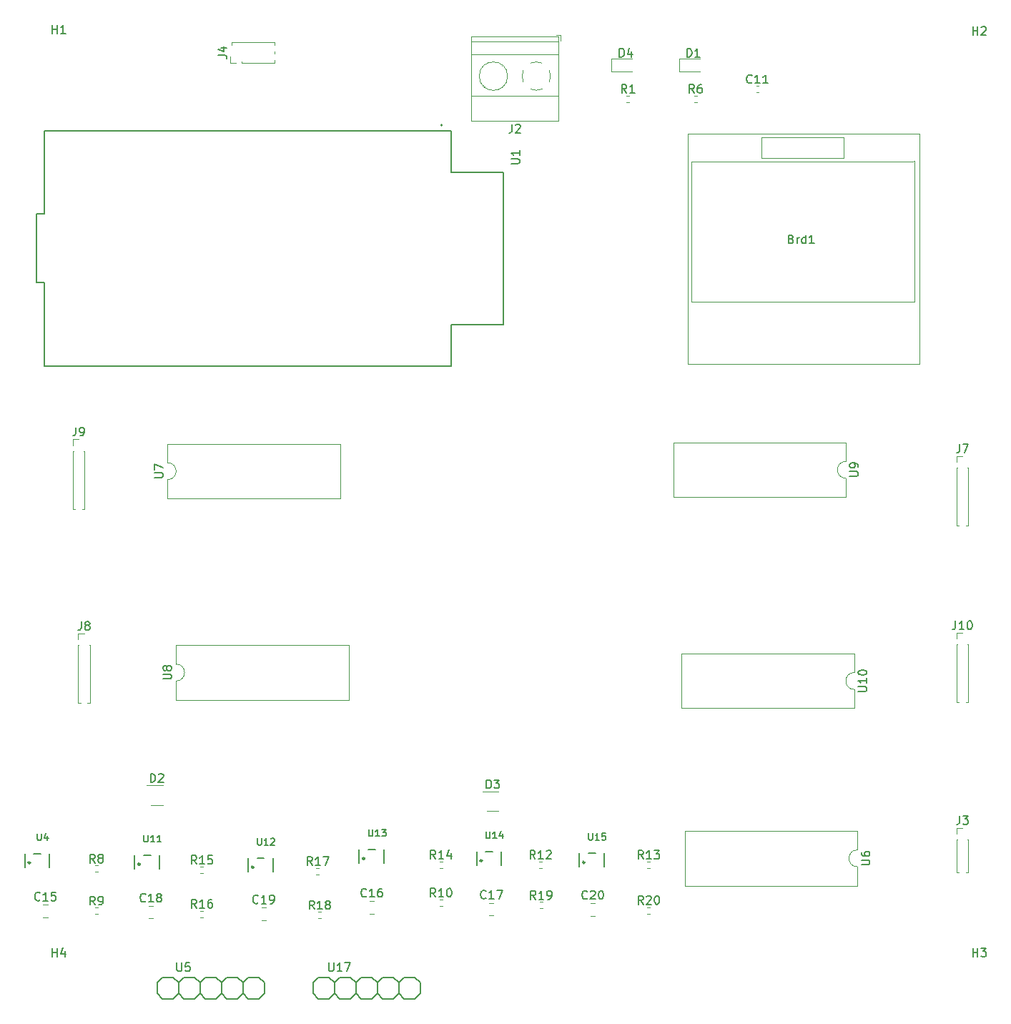
<source format=gbr>
%TF.GenerationSoftware,KiCad,Pcbnew,7.0.10*%
%TF.CreationDate,2024-02-03T22:52:18+05:30*%
%TF.ProjectId,ControlUnit,436f6e74-726f-46c5-956e-69742e6b6963,rev?*%
%TF.SameCoordinates,Original*%
%TF.FileFunction,Legend,Top*%
%TF.FilePolarity,Positive*%
%FSLAX46Y46*%
G04 Gerber Fmt 4.6, Leading zero omitted, Abs format (unit mm)*
G04 Created by KiCad (PCBNEW 7.0.10) date 2024-02-03 22:52:18*
%MOMM*%
%LPD*%
G01*
G04 APERTURE LIST*
%ADD10C,0.150000*%
%ADD11C,0.120000*%
%ADD12C,0.152400*%
%ADD13C,0.127000*%
%ADD14C,0.200000*%
%ADD15C,0.177800*%
%ADD16C,0.224500*%
G04 APERTURE END LIST*
D10*
X181024819Y-139681904D02*
X181834342Y-139681904D01*
X181834342Y-139681904D02*
X181929580Y-139634285D01*
X181929580Y-139634285D02*
X181977200Y-139586666D01*
X181977200Y-139586666D02*
X182024819Y-139491428D01*
X182024819Y-139491428D02*
X182024819Y-139300952D01*
X182024819Y-139300952D02*
X181977200Y-139205714D01*
X181977200Y-139205714D02*
X181929580Y-139158095D01*
X181929580Y-139158095D02*
X181834342Y-139110476D01*
X181834342Y-139110476D02*
X181024819Y-139110476D01*
X181024819Y-138205714D02*
X181024819Y-138396190D01*
X181024819Y-138396190D02*
X181072438Y-138491428D01*
X181072438Y-138491428D02*
X181120057Y-138539047D01*
X181120057Y-138539047D02*
X181262914Y-138634285D01*
X181262914Y-138634285D02*
X181453390Y-138681904D01*
X181453390Y-138681904D02*
X181834342Y-138681904D01*
X181834342Y-138681904D02*
X181929580Y-138634285D01*
X181929580Y-138634285D02*
X181977200Y-138586666D01*
X181977200Y-138586666D02*
X182024819Y-138491428D01*
X182024819Y-138491428D02*
X182024819Y-138300952D01*
X182024819Y-138300952D02*
X181977200Y-138205714D01*
X181977200Y-138205714D02*
X181929580Y-138158095D01*
X181929580Y-138158095D02*
X181834342Y-138110476D01*
X181834342Y-138110476D02*
X181596247Y-138110476D01*
X181596247Y-138110476D02*
X181501009Y-138158095D01*
X181501009Y-138158095D02*
X181453390Y-138205714D01*
X181453390Y-138205714D02*
X181405771Y-138300952D01*
X181405771Y-138300952D02*
X181405771Y-138491428D01*
X181405771Y-138491428D02*
X181453390Y-138586666D01*
X181453390Y-138586666D02*
X181501009Y-138634285D01*
X181501009Y-138634285D02*
X181596247Y-138681904D01*
X99986895Y-151293919D02*
X99986895Y-152103442D01*
X99986895Y-152103442D02*
X100034514Y-152198680D01*
X100034514Y-152198680D02*
X100082133Y-152246300D01*
X100082133Y-152246300D02*
X100177371Y-152293919D01*
X100177371Y-152293919D02*
X100367847Y-152293919D01*
X100367847Y-152293919D02*
X100463085Y-152246300D01*
X100463085Y-152246300D02*
X100510704Y-152198680D01*
X100510704Y-152198680D02*
X100558323Y-152103442D01*
X100558323Y-152103442D02*
X100558323Y-151293919D01*
X101510704Y-151293919D02*
X101034514Y-151293919D01*
X101034514Y-151293919D02*
X100986895Y-151770109D01*
X100986895Y-151770109D02*
X101034514Y-151722490D01*
X101034514Y-151722490D02*
X101129752Y-151674871D01*
X101129752Y-151674871D02*
X101367847Y-151674871D01*
X101367847Y-151674871D02*
X101463085Y-151722490D01*
X101463085Y-151722490D02*
X101510704Y-151770109D01*
X101510704Y-151770109D02*
X101558323Y-151865347D01*
X101558323Y-151865347D02*
X101558323Y-152103442D01*
X101558323Y-152103442D02*
X101510704Y-152198680D01*
X101510704Y-152198680D02*
X101463085Y-152246300D01*
X101463085Y-152246300D02*
X101367847Y-152293919D01*
X101367847Y-152293919D02*
X101129752Y-152293919D01*
X101129752Y-152293919D02*
X101034514Y-152246300D01*
X101034514Y-152246300D02*
X100986895Y-152198680D01*
X161235833Y-48284819D02*
X160902500Y-47808628D01*
X160664405Y-48284819D02*
X160664405Y-47284819D01*
X160664405Y-47284819D02*
X161045357Y-47284819D01*
X161045357Y-47284819D02*
X161140595Y-47332438D01*
X161140595Y-47332438D02*
X161188214Y-47380057D01*
X161188214Y-47380057D02*
X161235833Y-47475295D01*
X161235833Y-47475295D02*
X161235833Y-47618152D01*
X161235833Y-47618152D02*
X161188214Y-47713390D01*
X161188214Y-47713390D02*
X161140595Y-47761009D01*
X161140595Y-47761009D02*
X161045357Y-47808628D01*
X161045357Y-47808628D02*
X160664405Y-47808628D01*
X162092976Y-47284819D02*
X161902500Y-47284819D01*
X161902500Y-47284819D02*
X161807262Y-47332438D01*
X161807262Y-47332438D02*
X161759643Y-47380057D01*
X161759643Y-47380057D02*
X161664405Y-47522914D01*
X161664405Y-47522914D02*
X161616786Y-47713390D01*
X161616786Y-47713390D02*
X161616786Y-48094342D01*
X161616786Y-48094342D02*
X161664405Y-48189580D01*
X161664405Y-48189580D02*
X161712024Y-48237200D01*
X161712024Y-48237200D02*
X161807262Y-48284819D01*
X161807262Y-48284819D02*
X161997738Y-48284819D01*
X161997738Y-48284819D02*
X162092976Y-48237200D01*
X162092976Y-48237200D02*
X162140595Y-48189580D01*
X162140595Y-48189580D02*
X162188214Y-48094342D01*
X162188214Y-48094342D02*
X162188214Y-47856247D01*
X162188214Y-47856247D02*
X162140595Y-47761009D01*
X162140595Y-47761009D02*
X162092976Y-47713390D01*
X162092976Y-47713390D02*
X161997738Y-47665771D01*
X161997738Y-47665771D02*
X161807262Y-47665771D01*
X161807262Y-47665771D02*
X161712024Y-47713390D01*
X161712024Y-47713390D02*
X161664405Y-47761009D01*
X161664405Y-47761009D02*
X161616786Y-47856247D01*
X96269642Y-143989580D02*
X96222023Y-144037200D01*
X96222023Y-144037200D02*
X96079166Y-144084819D01*
X96079166Y-144084819D02*
X95983928Y-144084819D01*
X95983928Y-144084819D02*
X95841071Y-144037200D01*
X95841071Y-144037200D02*
X95745833Y-143941961D01*
X95745833Y-143941961D02*
X95698214Y-143846723D01*
X95698214Y-143846723D02*
X95650595Y-143656247D01*
X95650595Y-143656247D02*
X95650595Y-143513390D01*
X95650595Y-143513390D02*
X95698214Y-143322914D01*
X95698214Y-143322914D02*
X95745833Y-143227676D01*
X95745833Y-143227676D02*
X95841071Y-143132438D01*
X95841071Y-143132438D02*
X95983928Y-143084819D01*
X95983928Y-143084819D02*
X96079166Y-143084819D01*
X96079166Y-143084819D02*
X96222023Y-143132438D01*
X96222023Y-143132438D02*
X96269642Y-143180057D01*
X97222023Y-144084819D02*
X96650595Y-144084819D01*
X96936309Y-144084819D02*
X96936309Y-143084819D01*
X96936309Y-143084819D02*
X96841071Y-143227676D01*
X96841071Y-143227676D02*
X96745833Y-143322914D01*
X96745833Y-143322914D02*
X96650595Y-143370533D01*
X97793452Y-143513390D02*
X97698214Y-143465771D01*
X97698214Y-143465771D02*
X97650595Y-143418152D01*
X97650595Y-143418152D02*
X97602976Y-143322914D01*
X97602976Y-143322914D02*
X97602976Y-143275295D01*
X97602976Y-143275295D02*
X97650595Y-143180057D01*
X97650595Y-143180057D02*
X97698214Y-143132438D01*
X97698214Y-143132438D02*
X97793452Y-143084819D01*
X97793452Y-143084819D02*
X97983928Y-143084819D01*
X97983928Y-143084819D02*
X98079166Y-143132438D01*
X98079166Y-143132438D02*
X98126785Y-143180057D01*
X98126785Y-143180057D02*
X98174404Y-143275295D01*
X98174404Y-143275295D02*
X98174404Y-143322914D01*
X98174404Y-143322914D02*
X98126785Y-143418152D01*
X98126785Y-143418152D02*
X98079166Y-143465771D01*
X98079166Y-143465771D02*
X97983928Y-143513390D01*
X97983928Y-143513390D02*
X97793452Y-143513390D01*
X97793452Y-143513390D02*
X97698214Y-143561009D01*
X97698214Y-143561009D02*
X97650595Y-143608628D01*
X97650595Y-143608628D02*
X97602976Y-143703866D01*
X97602976Y-143703866D02*
X97602976Y-143894342D01*
X97602976Y-143894342D02*
X97650595Y-143989580D01*
X97650595Y-143989580D02*
X97698214Y-144037200D01*
X97698214Y-144037200D02*
X97793452Y-144084819D01*
X97793452Y-144084819D02*
X97983928Y-144084819D01*
X97983928Y-144084819D02*
X98079166Y-144037200D01*
X98079166Y-144037200D02*
X98126785Y-143989580D01*
X98126785Y-143989580D02*
X98174404Y-143894342D01*
X98174404Y-143894342D02*
X98174404Y-143703866D01*
X98174404Y-143703866D02*
X98126785Y-143608628D01*
X98126785Y-143608628D02*
X98079166Y-143561009D01*
X98079166Y-143561009D02*
X97983928Y-143513390D01*
X139554819Y-56666904D02*
X140364342Y-56666904D01*
X140364342Y-56666904D02*
X140459580Y-56619285D01*
X140459580Y-56619285D02*
X140507200Y-56571666D01*
X140507200Y-56571666D02*
X140554819Y-56476428D01*
X140554819Y-56476428D02*
X140554819Y-56285952D01*
X140554819Y-56285952D02*
X140507200Y-56190714D01*
X140507200Y-56190714D02*
X140459580Y-56143095D01*
X140459580Y-56143095D02*
X140364342Y-56095476D01*
X140364342Y-56095476D02*
X139554819Y-56095476D01*
X140554819Y-55095476D02*
X140554819Y-55666904D01*
X140554819Y-55381190D02*
X139554819Y-55381190D01*
X139554819Y-55381190D02*
X139697676Y-55476428D01*
X139697676Y-55476428D02*
X139792914Y-55571666D01*
X139792914Y-55571666D02*
X139840533Y-55666904D01*
X192666666Y-89894819D02*
X192666666Y-90609104D01*
X192666666Y-90609104D02*
X192619047Y-90751961D01*
X192619047Y-90751961D02*
X192523809Y-90847200D01*
X192523809Y-90847200D02*
X192380952Y-90894819D01*
X192380952Y-90894819D02*
X192285714Y-90894819D01*
X193047619Y-89894819D02*
X193714285Y-89894819D01*
X193714285Y-89894819D02*
X193285714Y-90894819D01*
X88666666Y-110894819D02*
X88666666Y-111609104D01*
X88666666Y-111609104D02*
X88619047Y-111751961D01*
X88619047Y-111751961D02*
X88523809Y-111847200D01*
X88523809Y-111847200D02*
X88380952Y-111894819D01*
X88380952Y-111894819D02*
X88285714Y-111894819D01*
X89285714Y-111323390D02*
X89190476Y-111275771D01*
X89190476Y-111275771D02*
X89142857Y-111228152D01*
X89142857Y-111228152D02*
X89095238Y-111132914D01*
X89095238Y-111132914D02*
X89095238Y-111085295D01*
X89095238Y-111085295D02*
X89142857Y-110990057D01*
X89142857Y-110990057D02*
X89190476Y-110942438D01*
X89190476Y-110942438D02*
X89285714Y-110894819D01*
X89285714Y-110894819D02*
X89476190Y-110894819D01*
X89476190Y-110894819D02*
X89571428Y-110942438D01*
X89571428Y-110942438D02*
X89619047Y-110990057D01*
X89619047Y-110990057D02*
X89666666Y-111085295D01*
X89666666Y-111085295D02*
X89666666Y-111132914D01*
X89666666Y-111132914D02*
X89619047Y-111228152D01*
X89619047Y-111228152D02*
X89571428Y-111275771D01*
X89571428Y-111275771D02*
X89476190Y-111323390D01*
X89476190Y-111323390D02*
X89285714Y-111323390D01*
X89285714Y-111323390D02*
X89190476Y-111371009D01*
X89190476Y-111371009D02*
X89142857Y-111418628D01*
X89142857Y-111418628D02*
X89095238Y-111513866D01*
X89095238Y-111513866D02*
X89095238Y-111704342D01*
X89095238Y-111704342D02*
X89142857Y-111799580D01*
X89142857Y-111799580D02*
X89190476Y-111847200D01*
X89190476Y-111847200D02*
X89285714Y-111894819D01*
X89285714Y-111894819D02*
X89476190Y-111894819D01*
X89476190Y-111894819D02*
X89571428Y-111847200D01*
X89571428Y-111847200D02*
X89619047Y-111799580D01*
X89619047Y-111799580D02*
X89666666Y-111704342D01*
X89666666Y-111704342D02*
X89666666Y-111513866D01*
X89666666Y-111513866D02*
X89619047Y-111418628D01*
X89619047Y-111418628D02*
X89571428Y-111371009D01*
X89571428Y-111371009D02*
X89476190Y-111323390D01*
X88016666Y-87894819D02*
X88016666Y-88609104D01*
X88016666Y-88609104D02*
X87969047Y-88751961D01*
X87969047Y-88751961D02*
X87873809Y-88847200D01*
X87873809Y-88847200D02*
X87730952Y-88894819D01*
X87730952Y-88894819D02*
X87635714Y-88894819D01*
X88540476Y-88894819D02*
X88730952Y-88894819D01*
X88730952Y-88894819D02*
X88826190Y-88847200D01*
X88826190Y-88847200D02*
X88873809Y-88799580D01*
X88873809Y-88799580D02*
X88969047Y-88656723D01*
X88969047Y-88656723D02*
X89016666Y-88466247D01*
X89016666Y-88466247D02*
X89016666Y-88085295D01*
X89016666Y-88085295D02*
X88969047Y-87990057D01*
X88969047Y-87990057D02*
X88921428Y-87942438D01*
X88921428Y-87942438D02*
X88826190Y-87894819D01*
X88826190Y-87894819D02*
X88635714Y-87894819D01*
X88635714Y-87894819D02*
X88540476Y-87942438D01*
X88540476Y-87942438D02*
X88492857Y-87990057D01*
X88492857Y-87990057D02*
X88445238Y-88085295D01*
X88445238Y-88085295D02*
X88445238Y-88323390D01*
X88445238Y-88323390D02*
X88492857Y-88418628D01*
X88492857Y-88418628D02*
X88540476Y-88466247D01*
X88540476Y-88466247D02*
X88635714Y-88513866D01*
X88635714Y-88513866D02*
X88826190Y-88513866D01*
X88826190Y-88513866D02*
X88921428Y-88466247D01*
X88921428Y-88466247D02*
X88969047Y-88418628D01*
X88969047Y-88418628D02*
X89016666Y-88323390D01*
X152386905Y-44024819D02*
X152386905Y-43024819D01*
X152386905Y-43024819D02*
X152625000Y-43024819D01*
X152625000Y-43024819D02*
X152767857Y-43072438D01*
X152767857Y-43072438D02*
X152863095Y-43167676D01*
X152863095Y-43167676D02*
X152910714Y-43262914D01*
X152910714Y-43262914D02*
X152958333Y-43453390D01*
X152958333Y-43453390D02*
X152958333Y-43596247D01*
X152958333Y-43596247D02*
X152910714Y-43786723D01*
X152910714Y-43786723D02*
X152863095Y-43881961D01*
X152863095Y-43881961D02*
X152767857Y-43977200D01*
X152767857Y-43977200D02*
X152625000Y-44024819D01*
X152625000Y-44024819D02*
X152386905Y-44024819D01*
X153815476Y-43358152D02*
X153815476Y-44024819D01*
X153577381Y-42977200D02*
X153339286Y-43691485D01*
X153339286Y-43691485D02*
X153958333Y-43691485D01*
X83769642Y-143839580D02*
X83722023Y-143887200D01*
X83722023Y-143887200D02*
X83579166Y-143934819D01*
X83579166Y-143934819D02*
X83483928Y-143934819D01*
X83483928Y-143934819D02*
X83341071Y-143887200D01*
X83341071Y-143887200D02*
X83245833Y-143791961D01*
X83245833Y-143791961D02*
X83198214Y-143696723D01*
X83198214Y-143696723D02*
X83150595Y-143506247D01*
X83150595Y-143506247D02*
X83150595Y-143363390D01*
X83150595Y-143363390D02*
X83198214Y-143172914D01*
X83198214Y-143172914D02*
X83245833Y-143077676D01*
X83245833Y-143077676D02*
X83341071Y-142982438D01*
X83341071Y-142982438D02*
X83483928Y-142934819D01*
X83483928Y-142934819D02*
X83579166Y-142934819D01*
X83579166Y-142934819D02*
X83722023Y-142982438D01*
X83722023Y-142982438D02*
X83769642Y-143030057D01*
X84722023Y-143934819D02*
X84150595Y-143934819D01*
X84436309Y-143934819D02*
X84436309Y-142934819D01*
X84436309Y-142934819D02*
X84341071Y-143077676D01*
X84341071Y-143077676D02*
X84245833Y-143172914D01*
X84245833Y-143172914D02*
X84150595Y-143220533D01*
X85626785Y-142934819D02*
X85150595Y-142934819D01*
X85150595Y-142934819D02*
X85102976Y-143411009D01*
X85102976Y-143411009D02*
X85150595Y-143363390D01*
X85150595Y-143363390D02*
X85245833Y-143315771D01*
X85245833Y-143315771D02*
X85483928Y-143315771D01*
X85483928Y-143315771D02*
X85579166Y-143363390D01*
X85579166Y-143363390D02*
X85626785Y-143411009D01*
X85626785Y-143411009D02*
X85674404Y-143506247D01*
X85674404Y-143506247D02*
X85674404Y-143744342D01*
X85674404Y-143744342D02*
X85626785Y-143839580D01*
X85626785Y-143839580D02*
X85579166Y-143887200D01*
X85579166Y-143887200D02*
X85483928Y-143934819D01*
X85483928Y-143934819D02*
X85245833Y-143934819D01*
X85245833Y-143934819D02*
X85150595Y-143887200D01*
X85150595Y-143887200D02*
X85102976Y-143839580D01*
X109605642Y-144184480D02*
X109558023Y-144232100D01*
X109558023Y-144232100D02*
X109415166Y-144279719D01*
X109415166Y-144279719D02*
X109319928Y-144279719D01*
X109319928Y-144279719D02*
X109177071Y-144232100D01*
X109177071Y-144232100D02*
X109081833Y-144136861D01*
X109081833Y-144136861D02*
X109034214Y-144041623D01*
X109034214Y-144041623D02*
X108986595Y-143851147D01*
X108986595Y-143851147D02*
X108986595Y-143708290D01*
X108986595Y-143708290D02*
X109034214Y-143517814D01*
X109034214Y-143517814D02*
X109081833Y-143422576D01*
X109081833Y-143422576D02*
X109177071Y-143327338D01*
X109177071Y-143327338D02*
X109319928Y-143279719D01*
X109319928Y-143279719D02*
X109415166Y-143279719D01*
X109415166Y-143279719D02*
X109558023Y-143327338D01*
X109558023Y-143327338D02*
X109605642Y-143374957D01*
X110558023Y-144279719D02*
X109986595Y-144279719D01*
X110272309Y-144279719D02*
X110272309Y-143279719D01*
X110272309Y-143279719D02*
X110177071Y-143422576D01*
X110177071Y-143422576D02*
X110081833Y-143517814D01*
X110081833Y-143517814D02*
X109986595Y-143565433D01*
X111034214Y-144279719D02*
X111224690Y-144279719D01*
X111224690Y-144279719D02*
X111319928Y-144232100D01*
X111319928Y-144232100D02*
X111367547Y-144184480D01*
X111367547Y-144184480D02*
X111462785Y-144041623D01*
X111462785Y-144041623D02*
X111510404Y-143851147D01*
X111510404Y-143851147D02*
X111510404Y-143470195D01*
X111510404Y-143470195D02*
X111462785Y-143374957D01*
X111462785Y-143374957D02*
X111415166Y-143327338D01*
X111415166Y-143327338D02*
X111319928Y-143279719D01*
X111319928Y-143279719D02*
X111129452Y-143279719D01*
X111129452Y-143279719D02*
X111034214Y-143327338D01*
X111034214Y-143327338D02*
X110986595Y-143374957D01*
X110986595Y-143374957D02*
X110938976Y-143470195D01*
X110938976Y-143470195D02*
X110938976Y-143708290D01*
X110938976Y-143708290D02*
X110986595Y-143803528D01*
X110986595Y-143803528D02*
X111034214Y-143851147D01*
X111034214Y-143851147D02*
X111129452Y-143898766D01*
X111129452Y-143898766D02*
X111319928Y-143898766D01*
X111319928Y-143898766D02*
X111415166Y-143851147D01*
X111415166Y-143851147D02*
X111462785Y-143803528D01*
X111462785Y-143803528D02*
X111510404Y-143708290D01*
X130612142Y-138964819D02*
X130278809Y-138488628D01*
X130040714Y-138964819D02*
X130040714Y-137964819D01*
X130040714Y-137964819D02*
X130421666Y-137964819D01*
X130421666Y-137964819D02*
X130516904Y-138012438D01*
X130516904Y-138012438D02*
X130564523Y-138060057D01*
X130564523Y-138060057D02*
X130612142Y-138155295D01*
X130612142Y-138155295D02*
X130612142Y-138298152D01*
X130612142Y-138298152D02*
X130564523Y-138393390D01*
X130564523Y-138393390D02*
X130516904Y-138441009D01*
X130516904Y-138441009D02*
X130421666Y-138488628D01*
X130421666Y-138488628D02*
X130040714Y-138488628D01*
X131564523Y-138964819D02*
X130993095Y-138964819D01*
X131278809Y-138964819D02*
X131278809Y-137964819D01*
X131278809Y-137964819D02*
X131183571Y-138107676D01*
X131183571Y-138107676D02*
X131088333Y-138202914D01*
X131088333Y-138202914D02*
X130993095Y-138250533D01*
X132421666Y-138298152D02*
X132421666Y-138964819D01*
X132183571Y-137917200D02*
X131945476Y-138631485D01*
X131945476Y-138631485D02*
X132564523Y-138631485D01*
X122696333Y-135505637D02*
X122696333Y-136154518D01*
X122696333Y-136154518D02*
X122734502Y-136230857D01*
X122734502Y-136230857D02*
X122772672Y-136269027D01*
X122772672Y-136269027D02*
X122849011Y-136307196D01*
X122849011Y-136307196D02*
X123001689Y-136307196D01*
X123001689Y-136307196D02*
X123078028Y-136269027D01*
X123078028Y-136269027D02*
X123116197Y-136230857D01*
X123116197Y-136230857D02*
X123154367Y-136154518D01*
X123154367Y-136154518D02*
X123154367Y-135505637D01*
X123955925Y-136307196D02*
X123497891Y-136307196D01*
X123726908Y-136307196D02*
X123726908Y-135505637D01*
X123726908Y-135505637D02*
X123650569Y-135620145D01*
X123650569Y-135620145D02*
X123574230Y-135696484D01*
X123574230Y-135696484D02*
X123497891Y-135734654D01*
X124223112Y-135505637D02*
X124719315Y-135505637D01*
X124719315Y-135505637D02*
X124452129Y-135810993D01*
X124452129Y-135810993D02*
X124566637Y-135810993D01*
X124566637Y-135810993D02*
X124642976Y-135849162D01*
X124642976Y-135849162D02*
X124681146Y-135887332D01*
X124681146Y-135887332D02*
X124719315Y-135963671D01*
X124719315Y-135963671D02*
X124719315Y-136154518D01*
X124719315Y-136154518D02*
X124681146Y-136230857D01*
X124681146Y-136230857D02*
X124642976Y-136269027D01*
X124642976Y-136269027D02*
X124566637Y-136307196D01*
X124566637Y-136307196D02*
X124337620Y-136307196D01*
X124337620Y-136307196D02*
X124261281Y-136269027D01*
X124261281Y-136269027D02*
X124223112Y-136230857D01*
X142407142Y-138984819D02*
X142073809Y-138508628D01*
X141835714Y-138984819D02*
X141835714Y-137984819D01*
X141835714Y-137984819D02*
X142216666Y-137984819D01*
X142216666Y-137984819D02*
X142311904Y-138032438D01*
X142311904Y-138032438D02*
X142359523Y-138080057D01*
X142359523Y-138080057D02*
X142407142Y-138175295D01*
X142407142Y-138175295D02*
X142407142Y-138318152D01*
X142407142Y-138318152D02*
X142359523Y-138413390D01*
X142359523Y-138413390D02*
X142311904Y-138461009D01*
X142311904Y-138461009D02*
X142216666Y-138508628D01*
X142216666Y-138508628D02*
X141835714Y-138508628D01*
X143359523Y-138984819D02*
X142788095Y-138984819D01*
X143073809Y-138984819D02*
X143073809Y-137984819D01*
X143073809Y-137984819D02*
X142978571Y-138127676D01*
X142978571Y-138127676D02*
X142883333Y-138222914D01*
X142883333Y-138222914D02*
X142788095Y-138270533D01*
X143740476Y-138080057D02*
X143788095Y-138032438D01*
X143788095Y-138032438D02*
X143883333Y-137984819D01*
X143883333Y-137984819D02*
X144121428Y-137984819D01*
X144121428Y-137984819D02*
X144216666Y-138032438D01*
X144216666Y-138032438D02*
X144264285Y-138080057D01*
X144264285Y-138080057D02*
X144311904Y-138175295D01*
X144311904Y-138175295D02*
X144311904Y-138270533D01*
X144311904Y-138270533D02*
X144264285Y-138413390D01*
X144264285Y-138413390D02*
X143692857Y-138984819D01*
X143692857Y-138984819D02*
X144311904Y-138984819D01*
X90283333Y-139444819D02*
X89950000Y-138968628D01*
X89711905Y-139444819D02*
X89711905Y-138444819D01*
X89711905Y-138444819D02*
X90092857Y-138444819D01*
X90092857Y-138444819D02*
X90188095Y-138492438D01*
X90188095Y-138492438D02*
X90235714Y-138540057D01*
X90235714Y-138540057D02*
X90283333Y-138635295D01*
X90283333Y-138635295D02*
X90283333Y-138778152D01*
X90283333Y-138778152D02*
X90235714Y-138873390D01*
X90235714Y-138873390D02*
X90188095Y-138921009D01*
X90188095Y-138921009D02*
X90092857Y-138968628D01*
X90092857Y-138968628D02*
X89711905Y-138968628D01*
X90854762Y-138873390D02*
X90759524Y-138825771D01*
X90759524Y-138825771D02*
X90711905Y-138778152D01*
X90711905Y-138778152D02*
X90664286Y-138682914D01*
X90664286Y-138682914D02*
X90664286Y-138635295D01*
X90664286Y-138635295D02*
X90711905Y-138540057D01*
X90711905Y-138540057D02*
X90759524Y-138492438D01*
X90759524Y-138492438D02*
X90854762Y-138444819D01*
X90854762Y-138444819D02*
X91045238Y-138444819D01*
X91045238Y-138444819D02*
X91140476Y-138492438D01*
X91140476Y-138492438D02*
X91188095Y-138540057D01*
X91188095Y-138540057D02*
X91235714Y-138635295D01*
X91235714Y-138635295D02*
X91235714Y-138682914D01*
X91235714Y-138682914D02*
X91188095Y-138778152D01*
X91188095Y-138778152D02*
X91140476Y-138825771D01*
X91140476Y-138825771D02*
X91045238Y-138873390D01*
X91045238Y-138873390D02*
X90854762Y-138873390D01*
X90854762Y-138873390D02*
X90759524Y-138921009D01*
X90759524Y-138921009D02*
X90711905Y-138968628D01*
X90711905Y-138968628D02*
X90664286Y-139063866D01*
X90664286Y-139063866D02*
X90664286Y-139254342D01*
X90664286Y-139254342D02*
X90711905Y-139349580D01*
X90711905Y-139349580D02*
X90759524Y-139397200D01*
X90759524Y-139397200D02*
X90854762Y-139444819D01*
X90854762Y-139444819D02*
X91045238Y-139444819D01*
X91045238Y-139444819D02*
X91140476Y-139397200D01*
X91140476Y-139397200D02*
X91188095Y-139349580D01*
X91188095Y-139349580D02*
X91235714Y-139254342D01*
X91235714Y-139254342D02*
X91235714Y-139063866D01*
X91235714Y-139063866D02*
X91188095Y-138968628D01*
X91188095Y-138968628D02*
X91140476Y-138921009D01*
X91140476Y-138921009D02*
X91045238Y-138873390D01*
X136639405Y-130634819D02*
X136639405Y-129634819D01*
X136639405Y-129634819D02*
X136877500Y-129634819D01*
X136877500Y-129634819D02*
X137020357Y-129682438D01*
X137020357Y-129682438D02*
X137115595Y-129777676D01*
X137115595Y-129777676D02*
X137163214Y-129872914D01*
X137163214Y-129872914D02*
X137210833Y-130063390D01*
X137210833Y-130063390D02*
X137210833Y-130206247D01*
X137210833Y-130206247D02*
X137163214Y-130396723D01*
X137163214Y-130396723D02*
X137115595Y-130491961D01*
X137115595Y-130491961D02*
X137020357Y-130587200D01*
X137020357Y-130587200D02*
X136877500Y-130634819D01*
X136877500Y-130634819D02*
X136639405Y-130634819D01*
X137544167Y-129634819D02*
X138163214Y-129634819D01*
X138163214Y-129634819D02*
X137829881Y-130015771D01*
X137829881Y-130015771D02*
X137972738Y-130015771D01*
X137972738Y-130015771D02*
X138067976Y-130063390D01*
X138067976Y-130063390D02*
X138115595Y-130111009D01*
X138115595Y-130111009D02*
X138163214Y-130206247D01*
X138163214Y-130206247D02*
X138163214Y-130444342D01*
X138163214Y-130444342D02*
X138115595Y-130539580D01*
X138115595Y-130539580D02*
X138067976Y-130587200D01*
X138067976Y-130587200D02*
X137972738Y-130634819D01*
X137972738Y-130634819D02*
X137687024Y-130634819D01*
X137687024Y-130634819D02*
X137591786Y-130587200D01*
X137591786Y-130587200D02*
X137544167Y-130539580D01*
X130606242Y-143479819D02*
X130272909Y-143003628D01*
X130034814Y-143479819D02*
X130034814Y-142479819D01*
X130034814Y-142479819D02*
X130415766Y-142479819D01*
X130415766Y-142479819D02*
X130511004Y-142527438D01*
X130511004Y-142527438D02*
X130558623Y-142575057D01*
X130558623Y-142575057D02*
X130606242Y-142670295D01*
X130606242Y-142670295D02*
X130606242Y-142813152D01*
X130606242Y-142813152D02*
X130558623Y-142908390D01*
X130558623Y-142908390D02*
X130511004Y-142956009D01*
X130511004Y-142956009D02*
X130415766Y-143003628D01*
X130415766Y-143003628D02*
X130034814Y-143003628D01*
X131558623Y-143479819D02*
X130987195Y-143479819D01*
X131272909Y-143479819D02*
X131272909Y-142479819D01*
X131272909Y-142479819D02*
X131177671Y-142622676D01*
X131177671Y-142622676D02*
X131082433Y-142717914D01*
X131082433Y-142717914D02*
X130987195Y-142765533D01*
X132177671Y-142479819D02*
X132272909Y-142479819D01*
X132272909Y-142479819D02*
X132368147Y-142527438D01*
X132368147Y-142527438D02*
X132415766Y-142575057D01*
X132415766Y-142575057D02*
X132463385Y-142670295D01*
X132463385Y-142670295D02*
X132511004Y-142860771D01*
X132511004Y-142860771D02*
X132511004Y-143098866D01*
X132511004Y-143098866D02*
X132463385Y-143289342D01*
X132463385Y-143289342D02*
X132415766Y-143384580D01*
X132415766Y-143384580D02*
X132368147Y-143432200D01*
X132368147Y-143432200D02*
X132272909Y-143479819D01*
X132272909Y-143479819D02*
X132177671Y-143479819D01*
X132177671Y-143479819D02*
X132082433Y-143432200D01*
X132082433Y-143432200D02*
X132034814Y-143384580D01*
X132034814Y-143384580D02*
X131987195Y-143289342D01*
X131987195Y-143289342D02*
X131939576Y-143098866D01*
X131939576Y-143098866D02*
X131939576Y-142860771D01*
X131939576Y-142860771D02*
X131987195Y-142670295D01*
X131987195Y-142670295D02*
X132034814Y-142575057D01*
X132034814Y-142575057D02*
X132082433Y-142527438D01*
X132082433Y-142527438D02*
X132177671Y-142479819D01*
X192190476Y-110809819D02*
X192190476Y-111524104D01*
X192190476Y-111524104D02*
X192142857Y-111666961D01*
X192142857Y-111666961D02*
X192047619Y-111762200D01*
X192047619Y-111762200D02*
X191904762Y-111809819D01*
X191904762Y-111809819D02*
X191809524Y-111809819D01*
X193190476Y-111809819D02*
X192619048Y-111809819D01*
X192904762Y-111809819D02*
X192904762Y-110809819D01*
X192904762Y-110809819D02*
X192809524Y-110952676D01*
X192809524Y-110952676D02*
X192714286Y-111047914D01*
X192714286Y-111047914D02*
X192619048Y-111095533D01*
X193809524Y-110809819D02*
X193904762Y-110809819D01*
X193904762Y-110809819D02*
X194000000Y-110857438D01*
X194000000Y-110857438D02*
X194047619Y-110905057D01*
X194047619Y-110905057D02*
X194095238Y-111000295D01*
X194095238Y-111000295D02*
X194142857Y-111190771D01*
X194142857Y-111190771D02*
X194142857Y-111428866D01*
X194142857Y-111428866D02*
X194095238Y-111619342D01*
X194095238Y-111619342D02*
X194047619Y-111714580D01*
X194047619Y-111714580D02*
X194000000Y-111762200D01*
X194000000Y-111762200D02*
X193904762Y-111809819D01*
X193904762Y-111809819D02*
X193809524Y-111809819D01*
X193809524Y-111809819D02*
X193714286Y-111762200D01*
X193714286Y-111762200D02*
X193666667Y-111714580D01*
X193666667Y-111714580D02*
X193619048Y-111619342D01*
X193619048Y-111619342D02*
X193571429Y-111428866D01*
X193571429Y-111428866D02*
X193571429Y-111190771D01*
X193571429Y-111190771D02*
X193619048Y-111000295D01*
X193619048Y-111000295D02*
X193666667Y-110905057D01*
X193666667Y-110905057D02*
X193714286Y-110857438D01*
X193714286Y-110857438D02*
X193809524Y-110809819D01*
X102309642Y-139594819D02*
X101976309Y-139118628D01*
X101738214Y-139594819D02*
X101738214Y-138594819D01*
X101738214Y-138594819D02*
X102119166Y-138594819D01*
X102119166Y-138594819D02*
X102214404Y-138642438D01*
X102214404Y-138642438D02*
X102262023Y-138690057D01*
X102262023Y-138690057D02*
X102309642Y-138785295D01*
X102309642Y-138785295D02*
X102309642Y-138928152D01*
X102309642Y-138928152D02*
X102262023Y-139023390D01*
X102262023Y-139023390D02*
X102214404Y-139071009D01*
X102214404Y-139071009D02*
X102119166Y-139118628D01*
X102119166Y-139118628D02*
X101738214Y-139118628D01*
X103262023Y-139594819D02*
X102690595Y-139594819D01*
X102976309Y-139594819D02*
X102976309Y-138594819D01*
X102976309Y-138594819D02*
X102881071Y-138737676D01*
X102881071Y-138737676D02*
X102785833Y-138832914D01*
X102785833Y-138832914D02*
X102690595Y-138880533D01*
X104166785Y-138594819D02*
X103690595Y-138594819D01*
X103690595Y-138594819D02*
X103642976Y-139071009D01*
X103642976Y-139071009D02*
X103690595Y-139023390D01*
X103690595Y-139023390D02*
X103785833Y-138975771D01*
X103785833Y-138975771D02*
X104023928Y-138975771D01*
X104023928Y-138975771D02*
X104119166Y-139023390D01*
X104119166Y-139023390D02*
X104166785Y-139071009D01*
X104166785Y-139071009D02*
X104214404Y-139166247D01*
X104214404Y-139166247D02*
X104214404Y-139404342D01*
X104214404Y-139404342D02*
X104166785Y-139499580D01*
X104166785Y-139499580D02*
X104119166Y-139547200D01*
X104119166Y-139547200D02*
X104023928Y-139594819D01*
X104023928Y-139594819D02*
X103785833Y-139594819D01*
X103785833Y-139594819D02*
X103690595Y-139547200D01*
X103690595Y-139547200D02*
X103642976Y-139499580D01*
X153235833Y-48284819D02*
X152902500Y-47808628D01*
X152664405Y-48284819D02*
X152664405Y-47284819D01*
X152664405Y-47284819D02*
X153045357Y-47284819D01*
X153045357Y-47284819D02*
X153140595Y-47332438D01*
X153140595Y-47332438D02*
X153188214Y-47380057D01*
X153188214Y-47380057D02*
X153235833Y-47475295D01*
X153235833Y-47475295D02*
X153235833Y-47618152D01*
X153235833Y-47618152D02*
X153188214Y-47713390D01*
X153188214Y-47713390D02*
X153140595Y-47761009D01*
X153140595Y-47761009D02*
X153045357Y-47808628D01*
X153045357Y-47808628D02*
X152664405Y-47808628D01*
X154188214Y-48284819D02*
X153616786Y-48284819D01*
X153902500Y-48284819D02*
X153902500Y-47284819D01*
X153902500Y-47284819D02*
X153807262Y-47427676D01*
X153807262Y-47427676D02*
X153712024Y-47522914D01*
X153712024Y-47522914D02*
X153616786Y-47570533D01*
X155209642Y-144364819D02*
X154876309Y-143888628D01*
X154638214Y-144364819D02*
X154638214Y-143364819D01*
X154638214Y-143364819D02*
X155019166Y-143364819D01*
X155019166Y-143364819D02*
X155114404Y-143412438D01*
X155114404Y-143412438D02*
X155162023Y-143460057D01*
X155162023Y-143460057D02*
X155209642Y-143555295D01*
X155209642Y-143555295D02*
X155209642Y-143698152D01*
X155209642Y-143698152D02*
X155162023Y-143793390D01*
X155162023Y-143793390D02*
X155114404Y-143841009D01*
X155114404Y-143841009D02*
X155019166Y-143888628D01*
X155019166Y-143888628D02*
X154638214Y-143888628D01*
X155590595Y-143460057D02*
X155638214Y-143412438D01*
X155638214Y-143412438D02*
X155733452Y-143364819D01*
X155733452Y-143364819D02*
X155971547Y-143364819D01*
X155971547Y-143364819D02*
X156066785Y-143412438D01*
X156066785Y-143412438D02*
X156114404Y-143460057D01*
X156114404Y-143460057D02*
X156162023Y-143555295D01*
X156162023Y-143555295D02*
X156162023Y-143650533D01*
X156162023Y-143650533D02*
X156114404Y-143793390D01*
X156114404Y-143793390D02*
X155542976Y-144364819D01*
X155542976Y-144364819D02*
X156162023Y-144364819D01*
X156781071Y-143364819D02*
X156876309Y-143364819D01*
X156876309Y-143364819D02*
X156971547Y-143412438D01*
X156971547Y-143412438D02*
X157019166Y-143460057D01*
X157019166Y-143460057D02*
X157066785Y-143555295D01*
X157066785Y-143555295D02*
X157114404Y-143745771D01*
X157114404Y-143745771D02*
X157114404Y-143983866D01*
X157114404Y-143983866D02*
X157066785Y-144174342D01*
X157066785Y-144174342D02*
X157019166Y-144269580D01*
X157019166Y-144269580D02*
X156971547Y-144317200D01*
X156971547Y-144317200D02*
X156876309Y-144364819D01*
X156876309Y-144364819D02*
X156781071Y-144364819D01*
X156781071Y-144364819D02*
X156685833Y-144317200D01*
X156685833Y-144317200D02*
X156638214Y-144269580D01*
X156638214Y-144269580D02*
X156590595Y-144174342D01*
X156590595Y-144174342D02*
X156542976Y-143983866D01*
X156542976Y-143983866D02*
X156542976Y-143745771D01*
X156542976Y-143745771D02*
X156590595Y-143555295D01*
X156590595Y-143555295D02*
X156638214Y-143460057D01*
X156638214Y-143460057D02*
X156685833Y-143412438D01*
X156685833Y-143412438D02*
X156781071Y-143364819D01*
X85238095Y-150557719D02*
X85238095Y-149557719D01*
X85238095Y-150033909D02*
X85809523Y-150033909D01*
X85809523Y-150557719D02*
X85809523Y-149557719D01*
X86714285Y-149891052D02*
X86714285Y-150557719D01*
X86476190Y-149510100D02*
X86238095Y-150224385D01*
X86238095Y-150224385D02*
X86857142Y-150224385D01*
X180659819Y-119158094D02*
X181469342Y-119158094D01*
X181469342Y-119158094D02*
X181564580Y-119110475D01*
X181564580Y-119110475D02*
X181612200Y-119062856D01*
X181612200Y-119062856D02*
X181659819Y-118967618D01*
X181659819Y-118967618D02*
X181659819Y-118777142D01*
X181659819Y-118777142D02*
X181612200Y-118681904D01*
X181612200Y-118681904D02*
X181564580Y-118634285D01*
X181564580Y-118634285D02*
X181469342Y-118586666D01*
X181469342Y-118586666D02*
X180659819Y-118586666D01*
X181659819Y-117586666D02*
X181659819Y-118158094D01*
X181659819Y-117872380D02*
X180659819Y-117872380D01*
X180659819Y-117872380D02*
X180802676Y-117967618D01*
X180802676Y-117967618D02*
X180897914Y-118062856D01*
X180897914Y-118062856D02*
X180945533Y-118158094D01*
X180659819Y-116967618D02*
X180659819Y-116872380D01*
X180659819Y-116872380D02*
X180707438Y-116777142D01*
X180707438Y-116777142D02*
X180755057Y-116729523D01*
X180755057Y-116729523D02*
X180850295Y-116681904D01*
X180850295Y-116681904D02*
X181040771Y-116634285D01*
X181040771Y-116634285D02*
X181278866Y-116634285D01*
X181278866Y-116634285D02*
X181469342Y-116681904D01*
X181469342Y-116681904D02*
X181564580Y-116729523D01*
X181564580Y-116729523D02*
X181612200Y-116777142D01*
X181612200Y-116777142D02*
X181659819Y-116872380D01*
X181659819Y-116872380D02*
X181659819Y-116967618D01*
X181659819Y-116967618D02*
X181612200Y-117062856D01*
X181612200Y-117062856D02*
X181564580Y-117110475D01*
X181564580Y-117110475D02*
X181469342Y-117158094D01*
X181469342Y-117158094D02*
X181278866Y-117205713D01*
X181278866Y-117205713D02*
X181040771Y-117205713D01*
X181040771Y-117205713D02*
X180850295Y-117158094D01*
X180850295Y-117158094D02*
X180755057Y-117110475D01*
X180755057Y-117110475D02*
X180707438Y-117062856D01*
X180707438Y-117062856D02*
X180659819Y-116967618D01*
X85238095Y-41254819D02*
X85238095Y-40254819D01*
X85238095Y-40731009D02*
X85809523Y-40731009D01*
X85809523Y-41254819D02*
X85809523Y-40254819D01*
X86809523Y-41254819D02*
X86238095Y-41254819D01*
X86523809Y-41254819D02*
X86523809Y-40254819D01*
X86523809Y-40254819D02*
X86428571Y-40397676D01*
X86428571Y-40397676D02*
X86333333Y-40492914D01*
X86333333Y-40492914D02*
X86238095Y-40540533D01*
X172733333Y-65585009D02*
X172876190Y-65632628D01*
X172876190Y-65632628D02*
X172923809Y-65680247D01*
X172923809Y-65680247D02*
X172971428Y-65775485D01*
X172971428Y-65775485D02*
X172971428Y-65918342D01*
X172971428Y-65918342D02*
X172923809Y-66013580D01*
X172923809Y-66013580D02*
X172876190Y-66061200D01*
X172876190Y-66061200D02*
X172780952Y-66108819D01*
X172780952Y-66108819D02*
X172400000Y-66108819D01*
X172400000Y-66108819D02*
X172400000Y-65108819D01*
X172400000Y-65108819D02*
X172733333Y-65108819D01*
X172733333Y-65108819D02*
X172828571Y-65156438D01*
X172828571Y-65156438D02*
X172876190Y-65204057D01*
X172876190Y-65204057D02*
X172923809Y-65299295D01*
X172923809Y-65299295D02*
X172923809Y-65394533D01*
X172923809Y-65394533D02*
X172876190Y-65489771D01*
X172876190Y-65489771D02*
X172828571Y-65537390D01*
X172828571Y-65537390D02*
X172733333Y-65585009D01*
X172733333Y-65585009D02*
X172400000Y-65585009D01*
X173400000Y-66108819D02*
X173400000Y-65442152D01*
X173400000Y-65632628D02*
X173447619Y-65537390D01*
X173447619Y-65537390D02*
X173495238Y-65489771D01*
X173495238Y-65489771D02*
X173590476Y-65442152D01*
X173590476Y-65442152D02*
X173685714Y-65442152D01*
X174447619Y-66108819D02*
X174447619Y-65108819D01*
X174447619Y-66061200D02*
X174352381Y-66108819D01*
X174352381Y-66108819D02*
X174161905Y-66108819D01*
X174161905Y-66108819D02*
X174066667Y-66061200D01*
X174066667Y-66061200D02*
X174019048Y-66013580D01*
X174019048Y-66013580D02*
X173971429Y-65918342D01*
X173971429Y-65918342D02*
X173971429Y-65632628D01*
X173971429Y-65632628D02*
X174019048Y-65537390D01*
X174019048Y-65537390D02*
X174066667Y-65489771D01*
X174066667Y-65489771D02*
X174161905Y-65442152D01*
X174161905Y-65442152D02*
X174352381Y-65442152D01*
X174352381Y-65442152D02*
X174447619Y-65489771D01*
X175447619Y-66108819D02*
X174876191Y-66108819D01*
X175161905Y-66108819D02*
X175161905Y-65108819D01*
X175161905Y-65108819D02*
X175066667Y-65251676D01*
X175066667Y-65251676D02*
X174971429Y-65346914D01*
X174971429Y-65346914D02*
X174876191Y-65394533D01*
X104894819Y-43833333D02*
X105609104Y-43833333D01*
X105609104Y-43833333D02*
X105751961Y-43880952D01*
X105751961Y-43880952D02*
X105847200Y-43976190D01*
X105847200Y-43976190D02*
X105894819Y-44119047D01*
X105894819Y-44119047D02*
X105894819Y-44214285D01*
X105228152Y-42928571D02*
X105894819Y-42928571D01*
X104847200Y-43166666D02*
X105561485Y-43404761D01*
X105561485Y-43404761D02*
X105561485Y-42785714D01*
X96093833Y-136185637D02*
X96093833Y-136834518D01*
X96093833Y-136834518D02*
X96132002Y-136910857D01*
X96132002Y-136910857D02*
X96170172Y-136949027D01*
X96170172Y-136949027D02*
X96246511Y-136987196D01*
X96246511Y-136987196D02*
X96399189Y-136987196D01*
X96399189Y-136987196D02*
X96475528Y-136949027D01*
X96475528Y-136949027D02*
X96513697Y-136910857D01*
X96513697Y-136910857D02*
X96551867Y-136834518D01*
X96551867Y-136834518D02*
X96551867Y-136185637D01*
X97353425Y-136987196D02*
X96895391Y-136987196D01*
X97124408Y-136987196D02*
X97124408Y-136185637D01*
X97124408Y-136185637D02*
X97048069Y-136300145D01*
X97048069Y-136300145D02*
X96971730Y-136376484D01*
X96971730Y-136376484D02*
X96895391Y-136414654D01*
X98116815Y-136987196D02*
X97658781Y-136987196D01*
X97887798Y-136987196D02*
X97887798Y-136185637D01*
X97887798Y-136185637D02*
X97811459Y-136300145D01*
X97811459Y-136300145D02*
X97735120Y-136376484D01*
X97735120Y-136376484D02*
X97658781Y-136414654D01*
X194238095Y-150557719D02*
X194238095Y-149557719D01*
X194238095Y-150033909D02*
X194809523Y-150033909D01*
X194809523Y-150557719D02*
X194809523Y-149557719D01*
X195190476Y-149557719D02*
X195809523Y-149557719D01*
X195809523Y-149557719D02*
X195476190Y-149938671D01*
X195476190Y-149938671D02*
X195619047Y-149938671D01*
X195619047Y-149938671D02*
X195714285Y-149986290D01*
X195714285Y-149986290D02*
X195761904Y-150033909D01*
X195761904Y-150033909D02*
X195809523Y-150129147D01*
X195809523Y-150129147D02*
X195809523Y-150367242D01*
X195809523Y-150367242D02*
X195761904Y-150462480D01*
X195761904Y-150462480D02*
X195714285Y-150510100D01*
X195714285Y-150510100D02*
X195619047Y-150557719D01*
X195619047Y-150557719D02*
X195333333Y-150557719D01*
X195333333Y-150557719D02*
X195238095Y-150510100D01*
X195238095Y-150510100D02*
X195190476Y-150462480D01*
X194238095Y-41454819D02*
X194238095Y-40454819D01*
X194238095Y-40931009D02*
X194809523Y-40931009D01*
X194809523Y-41454819D02*
X194809523Y-40454819D01*
X195238095Y-40550057D02*
X195285714Y-40502438D01*
X195285714Y-40502438D02*
X195380952Y-40454819D01*
X195380952Y-40454819D02*
X195619047Y-40454819D01*
X195619047Y-40454819D02*
X195714285Y-40502438D01*
X195714285Y-40502438D02*
X195761904Y-40550057D01*
X195761904Y-40550057D02*
X195809523Y-40645295D01*
X195809523Y-40645295D02*
X195809523Y-40740533D01*
X195809523Y-40740533D02*
X195761904Y-40883390D01*
X195761904Y-40883390D02*
X195190476Y-41454819D01*
X195190476Y-41454819D02*
X195809523Y-41454819D01*
X98344819Y-117681904D02*
X99154342Y-117681904D01*
X99154342Y-117681904D02*
X99249580Y-117634285D01*
X99249580Y-117634285D02*
X99297200Y-117586666D01*
X99297200Y-117586666D02*
X99344819Y-117491428D01*
X99344819Y-117491428D02*
X99344819Y-117300952D01*
X99344819Y-117300952D02*
X99297200Y-117205714D01*
X99297200Y-117205714D02*
X99249580Y-117158095D01*
X99249580Y-117158095D02*
X99154342Y-117110476D01*
X99154342Y-117110476D02*
X98344819Y-117110476D01*
X98773390Y-116491428D02*
X98725771Y-116586666D01*
X98725771Y-116586666D02*
X98678152Y-116634285D01*
X98678152Y-116634285D02*
X98582914Y-116681904D01*
X98582914Y-116681904D02*
X98535295Y-116681904D01*
X98535295Y-116681904D02*
X98440057Y-116634285D01*
X98440057Y-116634285D02*
X98392438Y-116586666D01*
X98392438Y-116586666D02*
X98344819Y-116491428D01*
X98344819Y-116491428D02*
X98344819Y-116300952D01*
X98344819Y-116300952D02*
X98392438Y-116205714D01*
X98392438Y-116205714D02*
X98440057Y-116158095D01*
X98440057Y-116158095D02*
X98535295Y-116110476D01*
X98535295Y-116110476D02*
X98582914Y-116110476D01*
X98582914Y-116110476D02*
X98678152Y-116158095D01*
X98678152Y-116158095D02*
X98725771Y-116205714D01*
X98725771Y-116205714D02*
X98773390Y-116300952D01*
X98773390Y-116300952D02*
X98773390Y-116491428D01*
X98773390Y-116491428D02*
X98821009Y-116586666D01*
X98821009Y-116586666D02*
X98868628Y-116634285D01*
X98868628Y-116634285D02*
X98963866Y-116681904D01*
X98963866Y-116681904D02*
X99154342Y-116681904D01*
X99154342Y-116681904D02*
X99249580Y-116634285D01*
X99249580Y-116634285D02*
X99297200Y-116586666D01*
X99297200Y-116586666D02*
X99344819Y-116491428D01*
X99344819Y-116491428D02*
X99344819Y-116300952D01*
X99344819Y-116300952D02*
X99297200Y-116205714D01*
X99297200Y-116205714D02*
X99249580Y-116158095D01*
X99249580Y-116158095D02*
X99154342Y-116110476D01*
X99154342Y-116110476D02*
X98963866Y-116110476D01*
X98963866Y-116110476D02*
X98868628Y-116158095D01*
X98868628Y-116158095D02*
X98821009Y-116205714D01*
X98821009Y-116205714D02*
X98773390Y-116300952D01*
X179659819Y-93681904D02*
X180469342Y-93681904D01*
X180469342Y-93681904D02*
X180564580Y-93634285D01*
X180564580Y-93634285D02*
X180612200Y-93586666D01*
X180612200Y-93586666D02*
X180659819Y-93491428D01*
X180659819Y-93491428D02*
X180659819Y-93300952D01*
X180659819Y-93300952D02*
X180612200Y-93205714D01*
X180612200Y-93205714D02*
X180564580Y-93158095D01*
X180564580Y-93158095D02*
X180469342Y-93110476D01*
X180469342Y-93110476D02*
X179659819Y-93110476D01*
X180659819Y-92586666D02*
X180659819Y-92396190D01*
X180659819Y-92396190D02*
X180612200Y-92300952D01*
X180612200Y-92300952D02*
X180564580Y-92253333D01*
X180564580Y-92253333D02*
X180421723Y-92158095D01*
X180421723Y-92158095D02*
X180231247Y-92110476D01*
X180231247Y-92110476D02*
X179850295Y-92110476D01*
X179850295Y-92110476D02*
X179755057Y-92158095D01*
X179755057Y-92158095D02*
X179707438Y-92205714D01*
X179707438Y-92205714D02*
X179659819Y-92300952D01*
X179659819Y-92300952D02*
X179659819Y-92491428D01*
X179659819Y-92491428D02*
X179707438Y-92586666D01*
X179707438Y-92586666D02*
X179755057Y-92634285D01*
X179755057Y-92634285D02*
X179850295Y-92681904D01*
X179850295Y-92681904D02*
X180088390Y-92681904D01*
X180088390Y-92681904D02*
X180183628Y-92634285D01*
X180183628Y-92634285D02*
X180231247Y-92586666D01*
X180231247Y-92586666D02*
X180278866Y-92491428D01*
X180278866Y-92491428D02*
X180278866Y-92300952D01*
X180278866Y-92300952D02*
X180231247Y-92205714D01*
X180231247Y-92205714D02*
X180183628Y-92158095D01*
X180183628Y-92158095D02*
X180088390Y-92110476D01*
X122422142Y-143409580D02*
X122374523Y-143457200D01*
X122374523Y-143457200D02*
X122231666Y-143504819D01*
X122231666Y-143504819D02*
X122136428Y-143504819D01*
X122136428Y-143504819D02*
X121993571Y-143457200D01*
X121993571Y-143457200D02*
X121898333Y-143361961D01*
X121898333Y-143361961D02*
X121850714Y-143266723D01*
X121850714Y-143266723D02*
X121803095Y-143076247D01*
X121803095Y-143076247D02*
X121803095Y-142933390D01*
X121803095Y-142933390D02*
X121850714Y-142742914D01*
X121850714Y-142742914D02*
X121898333Y-142647676D01*
X121898333Y-142647676D02*
X121993571Y-142552438D01*
X121993571Y-142552438D02*
X122136428Y-142504819D01*
X122136428Y-142504819D02*
X122231666Y-142504819D01*
X122231666Y-142504819D02*
X122374523Y-142552438D01*
X122374523Y-142552438D02*
X122422142Y-142600057D01*
X123374523Y-143504819D02*
X122803095Y-143504819D01*
X123088809Y-143504819D02*
X123088809Y-142504819D01*
X123088809Y-142504819D02*
X122993571Y-142647676D01*
X122993571Y-142647676D02*
X122898333Y-142742914D01*
X122898333Y-142742914D02*
X122803095Y-142790533D01*
X124231666Y-142504819D02*
X124041190Y-142504819D01*
X124041190Y-142504819D02*
X123945952Y-142552438D01*
X123945952Y-142552438D02*
X123898333Y-142600057D01*
X123898333Y-142600057D02*
X123803095Y-142742914D01*
X123803095Y-142742914D02*
X123755476Y-142933390D01*
X123755476Y-142933390D02*
X123755476Y-143314342D01*
X123755476Y-143314342D02*
X123803095Y-143409580D01*
X123803095Y-143409580D02*
X123850714Y-143457200D01*
X123850714Y-143457200D02*
X123945952Y-143504819D01*
X123945952Y-143504819D02*
X124136428Y-143504819D01*
X124136428Y-143504819D02*
X124231666Y-143457200D01*
X124231666Y-143457200D02*
X124279285Y-143409580D01*
X124279285Y-143409580D02*
X124326904Y-143314342D01*
X124326904Y-143314342D02*
X124326904Y-143076247D01*
X124326904Y-143076247D02*
X124279285Y-142981009D01*
X124279285Y-142981009D02*
X124231666Y-142933390D01*
X124231666Y-142933390D02*
X124136428Y-142885771D01*
X124136428Y-142885771D02*
X123945952Y-142885771D01*
X123945952Y-142885771D02*
X123850714Y-142933390D01*
X123850714Y-142933390D02*
X123803095Y-142981009D01*
X123803095Y-142981009D02*
X123755476Y-143076247D01*
X136572142Y-143609580D02*
X136524523Y-143657200D01*
X136524523Y-143657200D02*
X136381666Y-143704819D01*
X136381666Y-143704819D02*
X136286428Y-143704819D01*
X136286428Y-143704819D02*
X136143571Y-143657200D01*
X136143571Y-143657200D02*
X136048333Y-143561961D01*
X136048333Y-143561961D02*
X136000714Y-143466723D01*
X136000714Y-143466723D02*
X135953095Y-143276247D01*
X135953095Y-143276247D02*
X135953095Y-143133390D01*
X135953095Y-143133390D02*
X136000714Y-142942914D01*
X136000714Y-142942914D02*
X136048333Y-142847676D01*
X136048333Y-142847676D02*
X136143571Y-142752438D01*
X136143571Y-142752438D02*
X136286428Y-142704819D01*
X136286428Y-142704819D02*
X136381666Y-142704819D01*
X136381666Y-142704819D02*
X136524523Y-142752438D01*
X136524523Y-142752438D02*
X136572142Y-142800057D01*
X137524523Y-143704819D02*
X136953095Y-143704819D01*
X137238809Y-143704819D02*
X137238809Y-142704819D01*
X137238809Y-142704819D02*
X137143571Y-142847676D01*
X137143571Y-142847676D02*
X137048333Y-142942914D01*
X137048333Y-142942914D02*
X136953095Y-142990533D01*
X137857857Y-142704819D02*
X138524523Y-142704819D01*
X138524523Y-142704819D02*
X138095952Y-143704819D01*
X168074642Y-47049580D02*
X168027023Y-47097200D01*
X168027023Y-47097200D02*
X167884166Y-47144819D01*
X167884166Y-47144819D02*
X167788928Y-47144819D01*
X167788928Y-47144819D02*
X167646071Y-47097200D01*
X167646071Y-47097200D02*
X167550833Y-47001961D01*
X167550833Y-47001961D02*
X167503214Y-46906723D01*
X167503214Y-46906723D02*
X167455595Y-46716247D01*
X167455595Y-46716247D02*
X167455595Y-46573390D01*
X167455595Y-46573390D02*
X167503214Y-46382914D01*
X167503214Y-46382914D02*
X167550833Y-46287676D01*
X167550833Y-46287676D02*
X167646071Y-46192438D01*
X167646071Y-46192438D02*
X167788928Y-46144819D01*
X167788928Y-46144819D02*
X167884166Y-46144819D01*
X167884166Y-46144819D02*
X168027023Y-46192438D01*
X168027023Y-46192438D02*
X168074642Y-46240057D01*
X169027023Y-47144819D02*
X168455595Y-47144819D01*
X168741309Y-47144819D02*
X168741309Y-46144819D01*
X168741309Y-46144819D02*
X168646071Y-46287676D01*
X168646071Y-46287676D02*
X168550833Y-46382914D01*
X168550833Y-46382914D02*
X168455595Y-46430533D01*
X169979404Y-47144819D02*
X169407976Y-47144819D01*
X169693690Y-47144819D02*
X169693690Y-46144819D01*
X169693690Y-46144819D02*
X169598452Y-46287676D01*
X169598452Y-46287676D02*
X169503214Y-46382914D01*
X169503214Y-46382914D02*
X169407976Y-46430533D01*
X116254642Y-144934819D02*
X115921309Y-144458628D01*
X115683214Y-144934819D02*
X115683214Y-143934819D01*
X115683214Y-143934819D02*
X116064166Y-143934819D01*
X116064166Y-143934819D02*
X116159404Y-143982438D01*
X116159404Y-143982438D02*
X116207023Y-144030057D01*
X116207023Y-144030057D02*
X116254642Y-144125295D01*
X116254642Y-144125295D02*
X116254642Y-144268152D01*
X116254642Y-144268152D02*
X116207023Y-144363390D01*
X116207023Y-144363390D02*
X116159404Y-144411009D01*
X116159404Y-144411009D02*
X116064166Y-144458628D01*
X116064166Y-144458628D02*
X115683214Y-144458628D01*
X117207023Y-144934819D02*
X116635595Y-144934819D01*
X116921309Y-144934819D02*
X116921309Y-143934819D01*
X116921309Y-143934819D02*
X116826071Y-144077676D01*
X116826071Y-144077676D02*
X116730833Y-144172914D01*
X116730833Y-144172914D02*
X116635595Y-144220533D01*
X117778452Y-144363390D02*
X117683214Y-144315771D01*
X117683214Y-144315771D02*
X117635595Y-144268152D01*
X117635595Y-144268152D02*
X117587976Y-144172914D01*
X117587976Y-144172914D02*
X117587976Y-144125295D01*
X117587976Y-144125295D02*
X117635595Y-144030057D01*
X117635595Y-144030057D02*
X117683214Y-143982438D01*
X117683214Y-143982438D02*
X117778452Y-143934819D01*
X117778452Y-143934819D02*
X117968928Y-143934819D01*
X117968928Y-143934819D02*
X118064166Y-143982438D01*
X118064166Y-143982438D02*
X118111785Y-144030057D01*
X118111785Y-144030057D02*
X118159404Y-144125295D01*
X118159404Y-144125295D02*
X118159404Y-144172914D01*
X118159404Y-144172914D02*
X118111785Y-144268152D01*
X118111785Y-144268152D02*
X118064166Y-144315771D01*
X118064166Y-144315771D02*
X117968928Y-144363390D01*
X117968928Y-144363390D02*
X117778452Y-144363390D01*
X117778452Y-144363390D02*
X117683214Y-144411009D01*
X117683214Y-144411009D02*
X117635595Y-144458628D01*
X117635595Y-144458628D02*
X117587976Y-144553866D01*
X117587976Y-144553866D02*
X117587976Y-144744342D01*
X117587976Y-144744342D02*
X117635595Y-144839580D01*
X117635595Y-144839580D02*
X117683214Y-144887200D01*
X117683214Y-144887200D02*
X117778452Y-144934819D01*
X117778452Y-144934819D02*
X117968928Y-144934819D01*
X117968928Y-144934819D02*
X118064166Y-144887200D01*
X118064166Y-144887200D02*
X118111785Y-144839580D01*
X118111785Y-144839580D02*
X118159404Y-144744342D01*
X118159404Y-144744342D02*
X118159404Y-144553866D01*
X118159404Y-144553866D02*
X118111785Y-144458628D01*
X118111785Y-144458628D02*
X118064166Y-144411009D01*
X118064166Y-144411009D02*
X117968928Y-144363390D01*
X142462142Y-143764819D02*
X142128809Y-143288628D01*
X141890714Y-143764819D02*
X141890714Y-142764819D01*
X141890714Y-142764819D02*
X142271666Y-142764819D01*
X142271666Y-142764819D02*
X142366904Y-142812438D01*
X142366904Y-142812438D02*
X142414523Y-142860057D01*
X142414523Y-142860057D02*
X142462142Y-142955295D01*
X142462142Y-142955295D02*
X142462142Y-143098152D01*
X142462142Y-143098152D02*
X142414523Y-143193390D01*
X142414523Y-143193390D02*
X142366904Y-143241009D01*
X142366904Y-143241009D02*
X142271666Y-143288628D01*
X142271666Y-143288628D02*
X141890714Y-143288628D01*
X143414523Y-143764819D02*
X142843095Y-143764819D01*
X143128809Y-143764819D02*
X143128809Y-142764819D01*
X143128809Y-142764819D02*
X143033571Y-142907676D01*
X143033571Y-142907676D02*
X142938333Y-143002914D01*
X142938333Y-143002914D02*
X142843095Y-143050533D01*
X143890714Y-143764819D02*
X144081190Y-143764819D01*
X144081190Y-143764819D02*
X144176428Y-143717200D01*
X144176428Y-143717200D02*
X144224047Y-143669580D01*
X144224047Y-143669580D02*
X144319285Y-143526723D01*
X144319285Y-143526723D02*
X144366904Y-143336247D01*
X144366904Y-143336247D02*
X144366904Y-142955295D01*
X144366904Y-142955295D02*
X144319285Y-142860057D01*
X144319285Y-142860057D02*
X144271666Y-142812438D01*
X144271666Y-142812438D02*
X144176428Y-142764819D01*
X144176428Y-142764819D02*
X143985952Y-142764819D01*
X143985952Y-142764819D02*
X143890714Y-142812438D01*
X143890714Y-142812438D02*
X143843095Y-142860057D01*
X143843095Y-142860057D02*
X143795476Y-142955295D01*
X143795476Y-142955295D02*
X143795476Y-143193390D01*
X143795476Y-143193390D02*
X143843095Y-143288628D01*
X143843095Y-143288628D02*
X143890714Y-143336247D01*
X143890714Y-143336247D02*
X143985952Y-143383866D01*
X143985952Y-143383866D02*
X144176428Y-143383866D01*
X144176428Y-143383866D02*
X144271666Y-143336247D01*
X144271666Y-143336247D02*
X144319285Y-143288628D01*
X144319285Y-143288628D02*
X144366904Y-143193390D01*
X97344819Y-93841904D02*
X98154342Y-93841904D01*
X98154342Y-93841904D02*
X98249580Y-93794285D01*
X98249580Y-93794285D02*
X98297200Y-93746666D01*
X98297200Y-93746666D02*
X98344819Y-93651428D01*
X98344819Y-93651428D02*
X98344819Y-93460952D01*
X98344819Y-93460952D02*
X98297200Y-93365714D01*
X98297200Y-93365714D02*
X98249580Y-93318095D01*
X98249580Y-93318095D02*
X98154342Y-93270476D01*
X98154342Y-93270476D02*
X97344819Y-93270476D01*
X97344819Y-92889523D02*
X97344819Y-92222857D01*
X97344819Y-92222857D02*
X98344819Y-92651428D01*
X148746333Y-135955637D02*
X148746333Y-136604518D01*
X148746333Y-136604518D02*
X148784502Y-136680857D01*
X148784502Y-136680857D02*
X148822672Y-136719027D01*
X148822672Y-136719027D02*
X148899011Y-136757196D01*
X148899011Y-136757196D02*
X149051689Y-136757196D01*
X149051689Y-136757196D02*
X149128028Y-136719027D01*
X149128028Y-136719027D02*
X149166197Y-136680857D01*
X149166197Y-136680857D02*
X149204367Y-136604518D01*
X149204367Y-136604518D02*
X149204367Y-135955637D01*
X150005925Y-136757196D02*
X149547891Y-136757196D01*
X149776908Y-136757196D02*
X149776908Y-135955637D01*
X149776908Y-135955637D02*
X149700569Y-136070145D01*
X149700569Y-136070145D02*
X149624230Y-136146484D01*
X149624230Y-136146484D02*
X149547891Y-136184654D01*
X150731146Y-135955637D02*
X150349451Y-135955637D01*
X150349451Y-135955637D02*
X150311281Y-136337332D01*
X150311281Y-136337332D02*
X150349451Y-136299162D01*
X150349451Y-136299162D02*
X150425790Y-136260993D01*
X150425790Y-136260993D02*
X150616637Y-136260993D01*
X150616637Y-136260993D02*
X150692976Y-136299162D01*
X150692976Y-136299162D02*
X150731146Y-136337332D01*
X150731146Y-136337332D02*
X150769315Y-136413671D01*
X150769315Y-136413671D02*
X150769315Y-136604518D01*
X150769315Y-136604518D02*
X150731146Y-136680857D01*
X150731146Y-136680857D02*
X150692976Y-136719027D01*
X150692976Y-136719027D02*
X150616637Y-136757196D01*
X150616637Y-136757196D02*
X150425790Y-136757196D01*
X150425790Y-136757196D02*
X150349451Y-136719027D01*
X150349451Y-136719027D02*
X150311281Y-136680857D01*
X148572142Y-143659580D02*
X148524523Y-143707200D01*
X148524523Y-143707200D02*
X148381666Y-143754819D01*
X148381666Y-143754819D02*
X148286428Y-143754819D01*
X148286428Y-143754819D02*
X148143571Y-143707200D01*
X148143571Y-143707200D02*
X148048333Y-143611961D01*
X148048333Y-143611961D02*
X148000714Y-143516723D01*
X148000714Y-143516723D02*
X147953095Y-143326247D01*
X147953095Y-143326247D02*
X147953095Y-143183390D01*
X147953095Y-143183390D02*
X148000714Y-142992914D01*
X148000714Y-142992914D02*
X148048333Y-142897676D01*
X148048333Y-142897676D02*
X148143571Y-142802438D01*
X148143571Y-142802438D02*
X148286428Y-142754819D01*
X148286428Y-142754819D02*
X148381666Y-142754819D01*
X148381666Y-142754819D02*
X148524523Y-142802438D01*
X148524523Y-142802438D02*
X148572142Y-142850057D01*
X148953095Y-142850057D02*
X149000714Y-142802438D01*
X149000714Y-142802438D02*
X149095952Y-142754819D01*
X149095952Y-142754819D02*
X149334047Y-142754819D01*
X149334047Y-142754819D02*
X149429285Y-142802438D01*
X149429285Y-142802438D02*
X149476904Y-142850057D01*
X149476904Y-142850057D02*
X149524523Y-142945295D01*
X149524523Y-142945295D02*
X149524523Y-143040533D01*
X149524523Y-143040533D02*
X149476904Y-143183390D01*
X149476904Y-143183390D02*
X148905476Y-143754819D01*
X148905476Y-143754819D02*
X149524523Y-143754819D01*
X150143571Y-142754819D02*
X150238809Y-142754819D01*
X150238809Y-142754819D02*
X150334047Y-142802438D01*
X150334047Y-142802438D02*
X150381666Y-142850057D01*
X150381666Y-142850057D02*
X150429285Y-142945295D01*
X150429285Y-142945295D02*
X150476904Y-143135771D01*
X150476904Y-143135771D02*
X150476904Y-143373866D01*
X150476904Y-143373866D02*
X150429285Y-143564342D01*
X150429285Y-143564342D02*
X150381666Y-143659580D01*
X150381666Y-143659580D02*
X150334047Y-143707200D01*
X150334047Y-143707200D02*
X150238809Y-143754819D01*
X150238809Y-143754819D02*
X150143571Y-143754819D01*
X150143571Y-143754819D02*
X150048333Y-143707200D01*
X150048333Y-143707200D02*
X150000714Y-143659580D01*
X150000714Y-143659580D02*
X149953095Y-143564342D01*
X149953095Y-143564342D02*
X149905476Y-143373866D01*
X149905476Y-143373866D02*
X149905476Y-143135771D01*
X149905476Y-143135771D02*
X149953095Y-142945295D01*
X149953095Y-142945295D02*
X150000714Y-142850057D01*
X150000714Y-142850057D02*
X150048333Y-142802438D01*
X150048333Y-142802438D02*
X150143571Y-142754819D01*
X192666666Y-133894819D02*
X192666666Y-134609104D01*
X192666666Y-134609104D02*
X192619047Y-134751961D01*
X192619047Y-134751961D02*
X192523809Y-134847200D01*
X192523809Y-134847200D02*
X192380952Y-134894819D01*
X192380952Y-134894819D02*
X192285714Y-134894819D01*
X193047619Y-133894819D02*
X193666666Y-133894819D01*
X193666666Y-133894819D02*
X193333333Y-134275771D01*
X193333333Y-134275771D02*
X193476190Y-134275771D01*
X193476190Y-134275771D02*
X193571428Y-134323390D01*
X193571428Y-134323390D02*
X193619047Y-134371009D01*
X193619047Y-134371009D02*
X193666666Y-134466247D01*
X193666666Y-134466247D02*
X193666666Y-134704342D01*
X193666666Y-134704342D02*
X193619047Y-134799580D01*
X193619047Y-134799580D02*
X193571428Y-134847200D01*
X193571428Y-134847200D02*
X193476190Y-134894819D01*
X193476190Y-134894819D02*
X193190476Y-134894819D01*
X193190476Y-134894819D02*
X193095238Y-134847200D01*
X193095238Y-134847200D02*
X193047619Y-134799580D01*
X117970705Y-151293919D02*
X117970705Y-152103442D01*
X117970705Y-152103442D02*
X118018324Y-152198680D01*
X118018324Y-152198680D02*
X118065943Y-152246300D01*
X118065943Y-152246300D02*
X118161181Y-152293919D01*
X118161181Y-152293919D02*
X118351657Y-152293919D01*
X118351657Y-152293919D02*
X118446895Y-152246300D01*
X118446895Y-152246300D02*
X118494514Y-152198680D01*
X118494514Y-152198680D02*
X118542133Y-152103442D01*
X118542133Y-152103442D02*
X118542133Y-151293919D01*
X119542133Y-152293919D02*
X118970705Y-152293919D01*
X119256419Y-152293919D02*
X119256419Y-151293919D01*
X119256419Y-151293919D02*
X119161181Y-151436776D01*
X119161181Y-151436776D02*
X119065943Y-151532014D01*
X119065943Y-151532014D02*
X118970705Y-151579633D01*
X119875467Y-151293919D02*
X120542133Y-151293919D01*
X120542133Y-151293919D02*
X120113562Y-152293919D01*
X136596333Y-135755637D02*
X136596333Y-136404518D01*
X136596333Y-136404518D02*
X136634502Y-136480857D01*
X136634502Y-136480857D02*
X136672672Y-136519027D01*
X136672672Y-136519027D02*
X136749011Y-136557196D01*
X136749011Y-136557196D02*
X136901689Y-136557196D01*
X136901689Y-136557196D02*
X136978028Y-136519027D01*
X136978028Y-136519027D02*
X137016197Y-136480857D01*
X137016197Y-136480857D02*
X137054367Y-136404518D01*
X137054367Y-136404518D02*
X137054367Y-135755637D01*
X137855925Y-136557196D02*
X137397891Y-136557196D01*
X137626908Y-136557196D02*
X137626908Y-135755637D01*
X137626908Y-135755637D02*
X137550569Y-135870145D01*
X137550569Y-135870145D02*
X137474230Y-135946484D01*
X137474230Y-135946484D02*
X137397891Y-135984654D01*
X138542976Y-136022823D02*
X138542976Y-136557196D01*
X138352129Y-135717468D02*
X138161281Y-136290010D01*
X138161281Y-136290010D02*
X138657485Y-136290010D01*
X83475528Y-135985637D02*
X83475528Y-136634518D01*
X83475528Y-136634518D02*
X83513697Y-136710857D01*
X83513697Y-136710857D02*
X83551867Y-136749027D01*
X83551867Y-136749027D02*
X83628206Y-136787196D01*
X83628206Y-136787196D02*
X83780884Y-136787196D01*
X83780884Y-136787196D02*
X83857223Y-136749027D01*
X83857223Y-136749027D02*
X83895392Y-136710857D01*
X83895392Y-136710857D02*
X83933562Y-136634518D01*
X83933562Y-136634518D02*
X83933562Y-135985637D01*
X84658781Y-136252823D02*
X84658781Y-136787196D01*
X84467934Y-135947468D02*
X84277086Y-136520010D01*
X84277086Y-136520010D02*
X84773290Y-136520010D01*
X160386905Y-44024819D02*
X160386905Y-43024819D01*
X160386905Y-43024819D02*
X160625000Y-43024819D01*
X160625000Y-43024819D02*
X160767857Y-43072438D01*
X160767857Y-43072438D02*
X160863095Y-43167676D01*
X160863095Y-43167676D02*
X160910714Y-43262914D01*
X160910714Y-43262914D02*
X160958333Y-43453390D01*
X160958333Y-43453390D02*
X160958333Y-43596247D01*
X160958333Y-43596247D02*
X160910714Y-43786723D01*
X160910714Y-43786723D02*
X160863095Y-43881961D01*
X160863095Y-43881961D02*
X160767857Y-43977200D01*
X160767857Y-43977200D02*
X160625000Y-44024819D01*
X160625000Y-44024819D02*
X160386905Y-44024819D01*
X161910714Y-44024819D02*
X161339286Y-44024819D01*
X161625000Y-44024819D02*
X161625000Y-43024819D01*
X161625000Y-43024819D02*
X161529762Y-43167676D01*
X161529762Y-43167676D02*
X161434524Y-43262914D01*
X161434524Y-43262914D02*
X161339286Y-43310533D01*
X90283333Y-144434819D02*
X89950000Y-143958628D01*
X89711905Y-144434819D02*
X89711905Y-143434819D01*
X89711905Y-143434819D02*
X90092857Y-143434819D01*
X90092857Y-143434819D02*
X90188095Y-143482438D01*
X90188095Y-143482438D02*
X90235714Y-143530057D01*
X90235714Y-143530057D02*
X90283333Y-143625295D01*
X90283333Y-143625295D02*
X90283333Y-143768152D01*
X90283333Y-143768152D02*
X90235714Y-143863390D01*
X90235714Y-143863390D02*
X90188095Y-143911009D01*
X90188095Y-143911009D02*
X90092857Y-143958628D01*
X90092857Y-143958628D02*
X89711905Y-143958628D01*
X90759524Y-144434819D02*
X90950000Y-144434819D01*
X90950000Y-144434819D02*
X91045238Y-144387200D01*
X91045238Y-144387200D02*
X91092857Y-144339580D01*
X91092857Y-144339580D02*
X91188095Y-144196723D01*
X91188095Y-144196723D02*
X91235714Y-144006247D01*
X91235714Y-144006247D02*
X91235714Y-143625295D01*
X91235714Y-143625295D02*
X91188095Y-143530057D01*
X91188095Y-143530057D02*
X91140476Y-143482438D01*
X91140476Y-143482438D02*
X91045238Y-143434819D01*
X91045238Y-143434819D02*
X90854762Y-143434819D01*
X90854762Y-143434819D02*
X90759524Y-143482438D01*
X90759524Y-143482438D02*
X90711905Y-143530057D01*
X90711905Y-143530057D02*
X90664286Y-143625295D01*
X90664286Y-143625295D02*
X90664286Y-143863390D01*
X90664286Y-143863390D02*
X90711905Y-143958628D01*
X90711905Y-143958628D02*
X90759524Y-144006247D01*
X90759524Y-144006247D02*
X90854762Y-144053866D01*
X90854762Y-144053866D02*
X91045238Y-144053866D01*
X91045238Y-144053866D02*
X91140476Y-144006247D01*
X91140476Y-144006247D02*
X91188095Y-143958628D01*
X91188095Y-143958628D02*
X91235714Y-143863390D01*
X155207142Y-138984819D02*
X154873809Y-138508628D01*
X154635714Y-138984819D02*
X154635714Y-137984819D01*
X154635714Y-137984819D02*
X155016666Y-137984819D01*
X155016666Y-137984819D02*
X155111904Y-138032438D01*
X155111904Y-138032438D02*
X155159523Y-138080057D01*
X155159523Y-138080057D02*
X155207142Y-138175295D01*
X155207142Y-138175295D02*
X155207142Y-138318152D01*
X155207142Y-138318152D02*
X155159523Y-138413390D01*
X155159523Y-138413390D02*
X155111904Y-138461009D01*
X155111904Y-138461009D02*
X155016666Y-138508628D01*
X155016666Y-138508628D02*
X154635714Y-138508628D01*
X156159523Y-138984819D02*
X155588095Y-138984819D01*
X155873809Y-138984819D02*
X155873809Y-137984819D01*
X155873809Y-137984819D02*
X155778571Y-138127676D01*
X155778571Y-138127676D02*
X155683333Y-138222914D01*
X155683333Y-138222914D02*
X155588095Y-138270533D01*
X156492857Y-137984819D02*
X157111904Y-137984819D01*
X157111904Y-137984819D02*
X156778571Y-138365771D01*
X156778571Y-138365771D02*
X156921428Y-138365771D01*
X156921428Y-138365771D02*
X157016666Y-138413390D01*
X157016666Y-138413390D02*
X157064285Y-138461009D01*
X157064285Y-138461009D02*
X157111904Y-138556247D01*
X157111904Y-138556247D02*
X157111904Y-138794342D01*
X157111904Y-138794342D02*
X157064285Y-138889580D01*
X157064285Y-138889580D02*
X157016666Y-138937200D01*
X157016666Y-138937200D02*
X156921428Y-138984819D01*
X156921428Y-138984819D02*
X156635714Y-138984819D01*
X156635714Y-138984819D02*
X156540476Y-138937200D01*
X156540476Y-138937200D02*
X156492857Y-138889580D01*
X102309642Y-144784819D02*
X101976309Y-144308628D01*
X101738214Y-144784819D02*
X101738214Y-143784819D01*
X101738214Y-143784819D02*
X102119166Y-143784819D01*
X102119166Y-143784819D02*
X102214404Y-143832438D01*
X102214404Y-143832438D02*
X102262023Y-143880057D01*
X102262023Y-143880057D02*
X102309642Y-143975295D01*
X102309642Y-143975295D02*
X102309642Y-144118152D01*
X102309642Y-144118152D02*
X102262023Y-144213390D01*
X102262023Y-144213390D02*
X102214404Y-144261009D01*
X102214404Y-144261009D02*
X102119166Y-144308628D01*
X102119166Y-144308628D02*
X101738214Y-144308628D01*
X103262023Y-144784819D02*
X102690595Y-144784819D01*
X102976309Y-144784819D02*
X102976309Y-143784819D01*
X102976309Y-143784819D02*
X102881071Y-143927676D01*
X102881071Y-143927676D02*
X102785833Y-144022914D01*
X102785833Y-144022914D02*
X102690595Y-144070533D01*
X104119166Y-143784819D02*
X103928690Y-143784819D01*
X103928690Y-143784819D02*
X103833452Y-143832438D01*
X103833452Y-143832438D02*
X103785833Y-143880057D01*
X103785833Y-143880057D02*
X103690595Y-144022914D01*
X103690595Y-144022914D02*
X103642976Y-144213390D01*
X103642976Y-144213390D02*
X103642976Y-144594342D01*
X103642976Y-144594342D02*
X103690595Y-144689580D01*
X103690595Y-144689580D02*
X103738214Y-144737200D01*
X103738214Y-144737200D02*
X103833452Y-144784819D01*
X103833452Y-144784819D02*
X104023928Y-144784819D01*
X104023928Y-144784819D02*
X104119166Y-144737200D01*
X104119166Y-144737200D02*
X104166785Y-144689580D01*
X104166785Y-144689580D02*
X104214404Y-144594342D01*
X104214404Y-144594342D02*
X104214404Y-144356247D01*
X104214404Y-144356247D02*
X104166785Y-144261009D01*
X104166785Y-144261009D02*
X104119166Y-144213390D01*
X104119166Y-144213390D02*
X104023928Y-144165771D01*
X104023928Y-144165771D02*
X103833452Y-144165771D01*
X103833452Y-144165771D02*
X103738214Y-144213390D01*
X103738214Y-144213390D02*
X103690595Y-144261009D01*
X103690595Y-144261009D02*
X103642976Y-144356247D01*
X116009642Y-139744819D02*
X115676309Y-139268628D01*
X115438214Y-139744819D02*
X115438214Y-138744819D01*
X115438214Y-138744819D02*
X115819166Y-138744819D01*
X115819166Y-138744819D02*
X115914404Y-138792438D01*
X115914404Y-138792438D02*
X115962023Y-138840057D01*
X115962023Y-138840057D02*
X116009642Y-138935295D01*
X116009642Y-138935295D02*
X116009642Y-139078152D01*
X116009642Y-139078152D02*
X115962023Y-139173390D01*
X115962023Y-139173390D02*
X115914404Y-139221009D01*
X115914404Y-139221009D02*
X115819166Y-139268628D01*
X115819166Y-139268628D02*
X115438214Y-139268628D01*
X116962023Y-139744819D02*
X116390595Y-139744819D01*
X116676309Y-139744819D02*
X116676309Y-138744819D01*
X116676309Y-138744819D02*
X116581071Y-138887676D01*
X116581071Y-138887676D02*
X116485833Y-138982914D01*
X116485833Y-138982914D02*
X116390595Y-139030533D01*
X117295357Y-138744819D02*
X117962023Y-138744819D01*
X117962023Y-138744819D02*
X117533452Y-139744819D01*
X96861905Y-129904819D02*
X96861905Y-128904819D01*
X96861905Y-128904819D02*
X97100000Y-128904819D01*
X97100000Y-128904819D02*
X97242857Y-128952438D01*
X97242857Y-128952438D02*
X97338095Y-129047676D01*
X97338095Y-129047676D02*
X97385714Y-129142914D01*
X97385714Y-129142914D02*
X97433333Y-129333390D01*
X97433333Y-129333390D02*
X97433333Y-129476247D01*
X97433333Y-129476247D02*
X97385714Y-129666723D01*
X97385714Y-129666723D02*
X97338095Y-129761961D01*
X97338095Y-129761961D02*
X97242857Y-129857200D01*
X97242857Y-129857200D02*
X97100000Y-129904819D01*
X97100000Y-129904819D02*
X96861905Y-129904819D01*
X97814286Y-129000057D02*
X97861905Y-128952438D01*
X97861905Y-128952438D02*
X97957143Y-128904819D01*
X97957143Y-128904819D02*
X98195238Y-128904819D01*
X98195238Y-128904819D02*
X98290476Y-128952438D01*
X98290476Y-128952438D02*
X98338095Y-129000057D01*
X98338095Y-129000057D02*
X98385714Y-129095295D01*
X98385714Y-129095295D02*
X98385714Y-129190533D01*
X98385714Y-129190533D02*
X98338095Y-129333390D01*
X98338095Y-129333390D02*
X97766667Y-129904819D01*
X97766667Y-129904819D02*
X98385714Y-129904819D01*
X109543833Y-136535637D02*
X109543833Y-137184518D01*
X109543833Y-137184518D02*
X109582002Y-137260857D01*
X109582002Y-137260857D02*
X109620172Y-137299027D01*
X109620172Y-137299027D02*
X109696511Y-137337196D01*
X109696511Y-137337196D02*
X109849189Y-137337196D01*
X109849189Y-137337196D02*
X109925528Y-137299027D01*
X109925528Y-137299027D02*
X109963697Y-137260857D01*
X109963697Y-137260857D02*
X110001867Y-137184518D01*
X110001867Y-137184518D02*
X110001867Y-136535637D01*
X110803425Y-137337196D02*
X110345391Y-137337196D01*
X110574408Y-137337196D02*
X110574408Y-136535637D01*
X110574408Y-136535637D02*
X110498069Y-136650145D01*
X110498069Y-136650145D02*
X110421730Y-136726484D01*
X110421730Y-136726484D02*
X110345391Y-136764654D01*
X111108781Y-136611976D02*
X111146951Y-136573806D01*
X111146951Y-136573806D02*
X111223290Y-136535637D01*
X111223290Y-136535637D02*
X111414137Y-136535637D01*
X111414137Y-136535637D02*
X111490476Y-136573806D01*
X111490476Y-136573806D02*
X111528646Y-136611976D01*
X111528646Y-136611976D02*
X111566815Y-136688315D01*
X111566815Y-136688315D02*
X111566815Y-136764654D01*
X111566815Y-136764654D02*
X111528646Y-136879162D01*
X111528646Y-136879162D02*
X111070612Y-137337196D01*
X111070612Y-137337196D02*
X111566815Y-137337196D01*
X139671666Y-52019819D02*
X139671666Y-52734104D01*
X139671666Y-52734104D02*
X139624047Y-52876961D01*
X139624047Y-52876961D02*
X139528809Y-52972200D01*
X139528809Y-52972200D02*
X139385952Y-53019819D01*
X139385952Y-53019819D02*
X139290714Y-53019819D01*
X140100238Y-52115057D02*
X140147857Y-52067438D01*
X140147857Y-52067438D02*
X140243095Y-52019819D01*
X140243095Y-52019819D02*
X140481190Y-52019819D01*
X140481190Y-52019819D02*
X140576428Y-52067438D01*
X140576428Y-52067438D02*
X140624047Y-52115057D01*
X140624047Y-52115057D02*
X140671666Y-52210295D01*
X140671666Y-52210295D02*
X140671666Y-52305533D01*
X140671666Y-52305533D02*
X140624047Y-52448390D01*
X140624047Y-52448390D02*
X140052619Y-53019819D01*
X140052619Y-53019819D02*
X140671666Y-53019819D01*
D11*
%TO.C,U6*%
X180570000Y-135685000D02*
X160130000Y-135685000D01*
X160130000Y-135685000D02*
X160130000Y-142155000D01*
X180570000Y-137920000D02*
X180570000Y-135685000D01*
X180570000Y-142155000D02*
X180570000Y-139920000D01*
X160130000Y-142155000D02*
X180570000Y-142155000D01*
X180570000Y-137920000D02*
G75*
G03*
X180570000Y-139920000I0J-1000000D01*
G01*
D12*
%TO.C,U5*%
X97650000Y-153667900D02*
X97650000Y-154937900D01*
X97650000Y-154937900D02*
X98285000Y-155572900D01*
X98285000Y-153032900D02*
X97650000Y-153667900D01*
X98285000Y-153032900D02*
X99555000Y-153032900D01*
X99555000Y-153032900D02*
X100190000Y-153667900D01*
X99555000Y-155572900D02*
X98285000Y-155572900D01*
X100190000Y-153667900D02*
X100190000Y-154937900D01*
X100190000Y-153667900D02*
X100825000Y-153032900D01*
X100190000Y-154937900D02*
X99555000Y-155572900D01*
X100825000Y-153032900D02*
X102095000Y-153032900D01*
X100825000Y-155572900D02*
X100190000Y-154937900D01*
X102095000Y-153032900D02*
X102730000Y-153667900D01*
X102095000Y-155572900D02*
X100825000Y-155572900D01*
X102730000Y-153667900D02*
X102730000Y-154937900D01*
X102730000Y-153667900D02*
X103365000Y-153032900D01*
X102730000Y-154937900D02*
X102095000Y-155572900D01*
X103365000Y-153032900D02*
X104635000Y-153032900D01*
X103365000Y-155572900D02*
X102730000Y-154937900D01*
X104635000Y-153032900D02*
X105270000Y-153667900D01*
X104635000Y-155572900D02*
X103365000Y-155572900D01*
X105270000Y-153667900D02*
X105270000Y-154937900D01*
X105270000Y-154937900D02*
X104635000Y-155572900D01*
X105270000Y-154937900D02*
X105905000Y-155572900D01*
X105905000Y-153032900D02*
X105270000Y-153667900D01*
X105905000Y-153032900D02*
X107175000Y-153032900D01*
X107175000Y-153032900D02*
X107810000Y-153667900D01*
X107175000Y-155572900D02*
X105905000Y-155572900D01*
X107810000Y-153667900D02*
X107810000Y-154937900D01*
X107810000Y-153667900D02*
X108445000Y-153032900D01*
X107810000Y-154937900D02*
X107175000Y-155572900D01*
X108445000Y-153032900D02*
X109715000Y-153032900D01*
X108445000Y-155572900D02*
X107810000Y-154937900D01*
X109715000Y-153032900D02*
X110350000Y-153667900D01*
X109715000Y-155572900D02*
X108445000Y-155572900D01*
X110350000Y-153667900D02*
X110350000Y-154937900D01*
X110350000Y-154937900D02*
X109715000Y-155572900D01*
D11*
%TO.C,R6*%
X161234879Y-48620000D02*
X161570121Y-48620000D01*
X161234879Y-49380000D02*
X161570121Y-49380000D01*
%TO.C,C18*%
X96651248Y-144575000D02*
X97173752Y-144575000D01*
X96651248Y-146045000D02*
X97173752Y-146045000D01*
D13*
%TO.C,U1*%
X132450000Y-52750000D02*
X84250000Y-52750000D01*
X84250000Y-52750000D02*
X84250000Y-62630000D01*
X138650000Y-57700000D02*
X138650000Y-75700000D01*
X132450000Y-57700000D02*
X132450000Y-52750000D01*
X132450000Y-57700000D02*
X138650000Y-57700000D01*
X84250000Y-62630000D02*
X83350000Y-62630000D01*
X83350000Y-62630000D02*
X83350000Y-70760000D01*
X84250000Y-70760000D02*
X84250000Y-80650000D01*
X83350000Y-70760000D02*
X84250000Y-70760000D01*
X138650000Y-75700000D02*
X132450000Y-75700000D01*
X132450000Y-80650000D02*
X132450000Y-75700000D01*
X84250000Y-80650000D02*
X132450000Y-80650000D01*
D14*
X131420000Y-52130000D02*
G75*
G03*
X131220000Y-52130000I-100000J0D01*
G01*
X131220000Y-52130000D02*
G75*
G03*
X131420000Y-52130000I100000J0D01*
G01*
D11*
%TO.C,J7*%
X192305000Y-91315000D02*
X193000000Y-91315000D01*
X192305000Y-92000000D02*
X192305000Y-91315000D01*
X192305000Y-92685000D02*
X192305000Y-99560000D01*
X192305000Y-92685000D02*
X192391724Y-92685000D01*
X192305000Y-99560000D02*
X192605507Y-99560000D01*
X193394493Y-99560000D02*
X193695000Y-99560000D01*
X193608276Y-92685000D02*
X193695000Y-92685000D01*
X193695000Y-92685000D02*
X193695000Y-99560000D01*
%TO.C,J8*%
X88305000Y-112315000D02*
X89000000Y-112315000D01*
X88305000Y-113000000D02*
X88305000Y-112315000D01*
X88305000Y-113685000D02*
X88305000Y-120560000D01*
X88305000Y-113685000D02*
X88391724Y-113685000D01*
X88305000Y-120560000D02*
X88605507Y-120560000D01*
X89394493Y-120560000D02*
X89695000Y-120560000D01*
X89608276Y-113685000D02*
X89695000Y-113685000D01*
X89695000Y-113685000D02*
X89695000Y-120560000D01*
%TO.C,J9*%
X87655000Y-89315000D02*
X88350000Y-89315000D01*
X87655000Y-90000000D02*
X87655000Y-89315000D01*
X87655000Y-90685000D02*
X87655000Y-97560000D01*
X87655000Y-90685000D02*
X87741724Y-90685000D01*
X87655000Y-97560000D02*
X87955507Y-97560000D01*
X88744493Y-97560000D02*
X89045000Y-97560000D01*
X88958276Y-90685000D02*
X89045000Y-90685000D01*
X89045000Y-90685000D02*
X89045000Y-97560000D01*
%TO.C,D4*%
X151465000Y-44265000D02*
X151465000Y-45735000D01*
X151465000Y-45735000D02*
X153925000Y-45735000D01*
X153925000Y-44265000D02*
X151465000Y-44265000D01*
%TO.C,C15*%
X84151248Y-144425000D02*
X84673752Y-144425000D01*
X84151248Y-145895000D02*
X84673752Y-145895000D01*
%TO.C,C19*%
X109987248Y-144769900D02*
X110509752Y-144769900D01*
X109987248Y-146239900D02*
X110509752Y-146239900D01*
%TO.C,R14*%
X131087379Y-139300000D02*
X131422621Y-139300000D01*
X131087379Y-140060000D02*
X131422621Y-140060000D01*
D15*
%TO.C,U13*%
X121580100Y-139490400D02*
X121580100Y-137869600D01*
X122630100Y-137869600D02*
X123474900Y-137869600D01*
X124524900Y-137869600D02*
X124524900Y-139490400D01*
D16*
X122212250Y-138947500D02*
G75*
G03*
X121987750Y-138947500I-112250J0D01*
G01*
X121987750Y-138947500D02*
G75*
G03*
X122212250Y-138947500I112250J0D01*
G01*
D11*
%TO.C,R12*%
X142882379Y-139320000D02*
X143217621Y-139320000D01*
X142882379Y-140080000D02*
X143217621Y-140080000D01*
%TO.C,R8*%
X90282379Y-139780000D02*
X90617621Y-139780000D01*
X90282379Y-140540000D02*
X90617621Y-140540000D01*
%TO.C,D3*%
X136677500Y-133340000D02*
X138077500Y-133340000D01*
X138077500Y-131020000D02*
X136177500Y-131020000D01*
%TO.C,R10*%
X131081479Y-143815000D02*
X131416721Y-143815000D01*
X131081479Y-144575000D02*
X131416721Y-144575000D01*
%TO.C,J10*%
X192305000Y-112230000D02*
X193000000Y-112230000D01*
X192305000Y-112915000D02*
X192305000Y-112230000D01*
X192305000Y-113600000D02*
X192305000Y-120475000D01*
X192305000Y-113600000D02*
X192391724Y-113600000D01*
X192305000Y-120475000D02*
X192605507Y-120475000D01*
X193394493Y-120475000D02*
X193695000Y-120475000D01*
X193608276Y-113600000D02*
X193695000Y-113600000D01*
X193695000Y-113600000D02*
X193695000Y-120475000D01*
%TO.C,R15*%
X102784879Y-139930000D02*
X103120121Y-139930000D01*
X102784879Y-140690000D02*
X103120121Y-140690000D01*
%TO.C,R1*%
X153234879Y-48620000D02*
X153570121Y-48620000D01*
X153234879Y-49380000D02*
X153570121Y-49380000D01*
%TO.C,R20*%
X155684879Y-144700000D02*
X156020121Y-144700000D01*
X155684879Y-145460000D02*
X156020121Y-145460000D01*
%TO.C,U10*%
X180205000Y-114685000D02*
X159765000Y-114685000D01*
X159765000Y-114685000D02*
X159765000Y-121155000D01*
X180205000Y-116920000D02*
X180205000Y-114685000D01*
X180205000Y-121155000D02*
X180205000Y-118920000D01*
X159765000Y-121155000D02*
X180205000Y-121155000D01*
X180205000Y-116920000D02*
G75*
G03*
X180205000Y-118920000I0J-1000000D01*
G01*
%TO.C,Brd1*%
X160500000Y-53100000D02*
X187900000Y-53100000D01*
X160500000Y-80400000D02*
X160500000Y-53100000D01*
X160922000Y-56395000D02*
X184022000Y-56395000D01*
X160922000Y-72995000D02*
X160922000Y-56395000D01*
X169201000Y-53589000D02*
X169201000Y-56002000D01*
X169201000Y-53589000D02*
X178980000Y-53589000D01*
X178980000Y-53589000D02*
X178980000Y-56002000D01*
X178980000Y-56002000D02*
X169201000Y-56002000D01*
X184022000Y-56395000D02*
X187108000Y-56395000D01*
X184022000Y-72995000D02*
X160922000Y-72995000D01*
X184022000Y-72995000D02*
X187362000Y-73020000D01*
X187362000Y-56383000D02*
X187108000Y-56395000D01*
X187362000Y-73020000D02*
X187362000Y-56383000D01*
X187900000Y-53100000D02*
X187900000Y-80400000D01*
X187900000Y-80400000D02*
X160500000Y-80400000D01*
%TO.C,J4*%
X106315000Y-44710000D02*
X106315000Y-44000000D01*
X107000000Y-44710000D02*
X106315000Y-44710000D01*
X107685000Y-44710000D02*
X111560000Y-44710000D01*
X107685000Y-44710000D02*
X107685000Y-44608276D01*
X111560000Y-44710000D02*
X111560000Y-44394493D01*
X111560000Y-43605507D02*
X111560000Y-43394493D01*
X106440000Y-42605507D02*
X106440000Y-42290000D01*
X111560000Y-42605507D02*
X111560000Y-42290000D01*
X106440000Y-42290000D02*
X111560000Y-42290000D01*
D15*
%TO.C,U11*%
X94977600Y-140170400D02*
X94977600Y-138549600D01*
X96027600Y-138549600D02*
X96872400Y-138549600D01*
X97922400Y-138549600D02*
X97922400Y-140170400D01*
D16*
X95609750Y-139627500D02*
G75*
G03*
X95385250Y-139627500I-112250J0D01*
G01*
X95385250Y-139627500D02*
G75*
G03*
X95609750Y-139627500I112250J0D01*
G01*
D11*
%TO.C,U8*%
X99890000Y-120155000D02*
X120330000Y-120155000D01*
X120330000Y-120155000D02*
X120330000Y-113685000D01*
X99890000Y-117920000D02*
X99890000Y-120155000D01*
X99890000Y-113685000D02*
X99890000Y-115920000D01*
X120330000Y-113685000D02*
X99890000Y-113685000D01*
X99890000Y-117920000D02*
G75*
G03*
X99890000Y-115920000I0J1000000D01*
G01*
%TO.C,U9*%
X179205000Y-89685000D02*
X158765000Y-89685000D01*
X158765000Y-89685000D02*
X158765000Y-96155000D01*
X179205000Y-91920000D02*
X179205000Y-89685000D01*
X179205000Y-96155000D02*
X179205000Y-93920000D01*
X158765000Y-96155000D02*
X179205000Y-96155000D01*
X179205000Y-91920000D02*
G75*
G03*
X179205000Y-93920000I0J-1000000D01*
G01*
%TO.C,C16*%
X122803748Y-143995000D02*
X123326252Y-143995000D01*
X122803748Y-145465000D02*
X123326252Y-145465000D01*
%TO.C,C17*%
X136953748Y-144195000D02*
X137476252Y-144195000D01*
X136953748Y-145665000D02*
X137476252Y-145665000D01*
%TO.C,C11*%
X168601665Y-47490000D02*
X168833335Y-47490000D01*
X168601665Y-48210000D02*
X168833335Y-48210000D01*
%TO.C,R18*%
X116729879Y-145270000D02*
X117065121Y-145270000D01*
X116729879Y-146030000D02*
X117065121Y-146030000D01*
%TO.C,R19*%
X142937379Y-144100000D02*
X143272621Y-144100000D01*
X142937379Y-144860000D02*
X143272621Y-144860000D01*
%TO.C,U7*%
X98890000Y-96315000D02*
X119330000Y-96315000D01*
X119330000Y-96315000D02*
X119330000Y-89845000D01*
X98890000Y-94080000D02*
X98890000Y-96315000D01*
X98890000Y-89845000D02*
X98890000Y-92080000D01*
X119330000Y-89845000D02*
X98890000Y-89845000D01*
X98890000Y-94080000D02*
G75*
G03*
X98890000Y-92080000I0J1000000D01*
G01*
D15*
%TO.C,U15*%
X147630100Y-139940400D02*
X147630100Y-138319600D01*
X148680100Y-138319600D02*
X149524900Y-138319600D01*
X150574900Y-138319600D02*
X150574900Y-139940400D01*
D16*
X148262250Y-139397500D02*
G75*
G03*
X148037750Y-139397500I-112250J0D01*
G01*
X148037750Y-139397500D02*
G75*
G03*
X148262250Y-139397500I112250J0D01*
G01*
D11*
%TO.C,C20*%
X148953748Y-144245000D02*
X149476252Y-144245000D01*
X148953748Y-145715000D02*
X149476252Y-145715000D01*
%TO.C,J3*%
X192305000Y-135315000D02*
X193000000Y-135315000D01*
X192305000Y-136000000D02*
X192305000Y-135315000D01*
X192305000Y-136685000D02*
X192305000Y-140560000D01*
X192305000Y-136685000D02*
X192391724Y-136685000D01*
X192305000Y-140560000D02*
X192605507Y-140560000D01*
X193394493Y-140560000D02*
X193695000Y-140560000D01*
X193608276Y-136685000D02*
X193695000Y-136685000D01*
X193695000Y-136685000D02*
X193695000Y-140560000D01*
D12*
%TO.C,U17*%
X116110000Y-153667900D02*
X116110000Y-154937900D01*
X116110000Y-154937900D02*
X116745000Y-155572900D01*
X116745000Y-153032900D02*
X116110000Y-153667900D01*
X116745000Y-153032900D02*
X118015000Y-153032900D01*
X118015000Y-153032900D02*
X118650000Y-153667900D01*
X118015000Y-155572900D02*
X116745000Y-155572900D01*
X118650000Y-153667900D02*
X118650000Y-154937900D01*
X118650000Y-153667900D02*
X119285000Y-153032900D01*
X118650000Y-154937900D02*
X118015000Y-155572900D01*
X119285000Y-153032900D02*
X120555000Y-153032900D01*
X119285000Y-155572900D02*
X118650000Y-154937900D01*
X120555000Y-153032900D02*
X121190000Y-153667900D01*
X120555000Y-155572900D02*
X119285000Y-155572900D01*
X121190000Y-153667900D02*
X121190000Y-154937900D01*
X121190000Y-153667900D02*
X121825000Y-153032900D01*
X121190000Y-154937900D02*
X120555000Y-155572900D01*
X121825000Y-153032900D02*
X123095000Y-153032900D01*
X121825000Y-155572900D02*
X121190000Y-154937900D01*
X123095000Y-153032900D02*
X123730000Y-153667900D01*
X123095000Y-155572900D02*
X121825000Y-155572900D01*
X123730000Y-153667900D02*
X123730000Y-154937900D01*
X123730000Y-154937900D02*
X123095000Y-155572900D01*
X123730000Y-154937900D02*
X124365000Y-155572900D01*
X124365000Y-153032900D02*
X123730000Y-153667900D01*
X124365000Y-153032900D02*
X125635000Y-153032900D01*
X125635000Y-153032900D02*
X126270000Y-153667900D01*
X125635000Y-155572900D02*
X124365000Y-155572900D01*
X126270000Y-153667900D02*
X126270000Y-154937900D01*
X126270000Y-153667900D02*
X126905000Y-153032900D01*
X126270000Y-154937900D02*
X125635000Y-155572900D01*
X126905000Y-153032900D02*
X128175000Y-153032900D01*
X126905000Y-155572900D02*
X126270000Y-154937900D01*
X128175000Y-153032900D02*
X128810000Y-153667900D01*
X128175000Y-155572900D02*
X126905000Y-155572900D01*
X128810000Y-153667900D02*
X128810000Y-154937900D01*
X128810000Y-154937900D02*
X128175000Y-155572900D01*
D15*
%TO.C,U14*%
X135480100Y-139740400D02*
X135480100Y-138119600D01*
X136530100Y-138119600D02*
X137374900Y-138119600D01*
X138424900Y-138119600D02*
X138424900Y-139740400D01*
D16*
X136112250Y-139197500D02*
G75*
G03*
X135887750Y-139197500I-112250J0D01*
G01*
X135887750Y-139197500D02*
G75*
G03*
X136112250Y-139197500I112250J0D01*
G01*
D15*
%TO.C,U4*%
X81977600Y-139970400D02*
X81977600Y-138349600D01*
X83027600Y-138349600D02*
X83872400Y-138349600D01*
X84922400Y-138349600D02*
X84922400Y-139970400D01*
D16*
X82609750Y-139427500D02*
G75*
G03*
X82385250Y-139427500I-112250J0D01*
G01*
X82385250Y-139427500D02*
G75*
G03*
X82609750Y-139427500I112250J0D01*
G01*
D11*
%TO.C,D1*%
X159465000Y-44265000D02*
X159465000Y-45735000D01*
X159465000Y-45735000D02*
X161925000Y-45735000D01*
X161925000Y-44265000D02*
X159465000Y-44265000D01*
%TO.C,R9*%
X90282379Y-144770000D02*
X90617621Y-144770000D01*
X90282379Y-145530000D02*
X90617621Y-145530000D01*
%TO.C,R13*%
X155682379Y-139320000D02*
X156017621Y-139320000D01*
X155682379Y-140080000D02*
X156017621Y-140080000D01*
%TO.C,R16*%
X102784879Y-145120000D02*
X103120121Y-145120000D01*
X102784879Y-145880000D02*
X103120121Y-145880000D01*
%TO.C,R17*%
X116484879Y-140080000D02*
X116820121Y-140080000D01*
X116484879Y-140840000D02*
X116820121Y-140840000D01*
%TO.C,D2*%
X96900000Y-132610000D02*
X98300000Y-132610000D01*
X98300000Y-130290000D02*
X96400000Y-130290000D01*
D15*
%TO.C,U12*%
X108427600Y-140520400D02*
X108427600Y-138899600D01*
X109477600Y-138899600D02*
X110322400Y-138899600D01*
X111372400Y-138899600D02*
X111372400Y-140520400D01*
D16*
X109059750Y-139977500D02*
G75*
G03*
X108835250Y-139977500I-112250J0D01*
G01*
X108835250Y-139977500D02*
G75*
G03*
X109059750Y-139977500I112250J0D01*
G01*
D11*
%TO.C,J2*%
X145385000Y-42145000D02*
X145385000Y-41405000D01*
X145385000Y-41405000D02*
X144885000Y-41405000D01*
X145145000Y-51566000D02*
X145145000Y-41645000D01*
X145145000Y-51566000D02*
X134865000Y-51566000D01*
X145145000Y-48606000D02*
X134865000Y-48606000D01*
X145145000Y-43705000D02*
X134865000Y-43705000D01*
X145145000Y-42205000D02*
X134865000Y-42205000D01*
X145145000Y-41645000D02*
X134865000Y-41645000D01*
X138692000Y-45282000D02*
X138739000Y-45236000D01*
X138499000Y-45066000D02*
X138534000Y-45031000D01*
X136395000Y-47580000D02*
X136430000Y-47544000D01*
X136190000Y-47374000D02*
X136237000Y-47328000D01*
X134865000Y-51566000D02*
X134865000Y-41645000D01*
X144079999Y-46988999D02*
G75*
G03*
X144080426Y-45621958I-1534992J684000D01*
G01*
X141861001Y-47839999D02*
G75*
G03*
X143228042Y-47840426I684000J1534992D01*
G01*
X143229000Y-44770001D02*
G75*
G03*
X142516195Y-44624748I-683999J-1535000D01*
G01*
X142545000Y-44625001D02*
G75*
G03*
X141861682Y-44770245I0J-1679999D01*
G01*
X141010000Y-45621000D02*
G75*
G03*
X141009574Y-46988042I1535000J-684000D01*
G01*
X139145000Y-46305000D02*
G75*
G03*
X135785000Y-46305000I-1680000J0D01*
G01*
X135785000Y-46305000D02*
G75*
G03*
X139145000Y-46305000I1680000J0D01*
G01*
%TD*%
M02*

</source>
